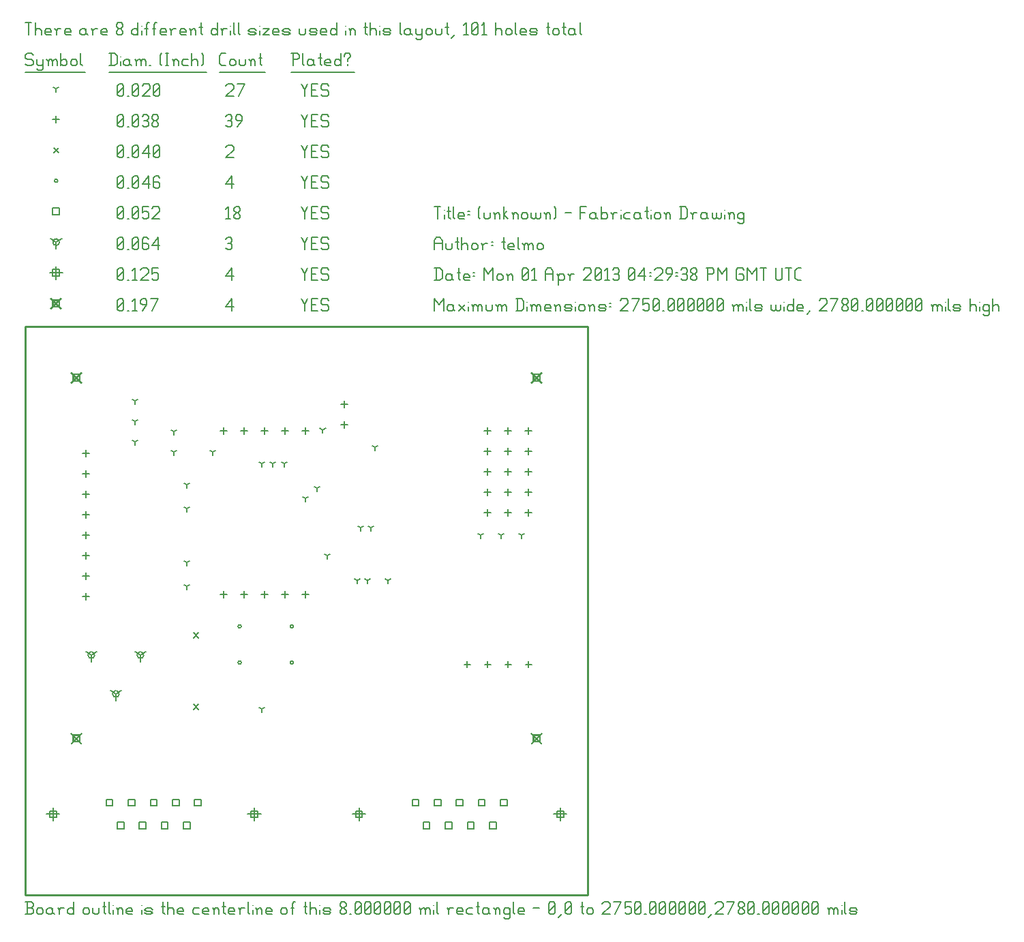
<source format=gbr>
G04 start of page 11 for group -3984 idx -3984 *
G04 Title: (unknown), fab *
G04 Creator: pcb 20110918 *
G04 CreationDate: Mon 01 Apr 2013 04:29:38 PM GMT UTC *
G04 For: telmo *
G04 Format: Gerber/RS-274X *
G04 PCB-Dimensions: 275000 278000 *
G04 PCB-Coordinate-Origin: lower left *
%MOIN*%
%FSLAX25Y25*%
%LNFAB*%
%ADD194C,0.0100*%
%ADD193C,0.0075*%
%ADD192C,0.0060*%
%ADD191R,0.0080X0.0080*%
%ADD190C,0.0001*%
G54D190*G36*
X22600Y255966D02*X27966Y250600D01*
X27400Y250034D01*
X22034Y255400D01*
X22600Y255966D01*
G37*
G36*
X22034Y250600D02*X27400Y255966D01*
X27966Y255400D01*
X22600Y250034D01*
X22034Y250600D01*
G37*
G54D191*X23400Y254600D02*X26600D01*
X23400D02*Y251400D01*
X26600D01*
Y254600D02*Y251400D01*
G54D190*G36*
X247600Y79466D02*X252966Y74100D01*
X252400Y73534D01*
X247034Y78900D01*
X247600Y79466D01*
G37*
G36*
X247034Y74100D02*X252400Y79466D01*
X252966Y78900D01*
X247600Y73534D01*
X247034Y74100D01*
G37*
G54D191*X248400Y78100D02*X251600D01*
X248400D02*Y74900D01*
X251600D01*
Y78100D02*Y74900D01*
G54D190*G36*
X22600Y79466D02*X27966Y74100D01*
X27400Y73534D01*
X22034Y78900D01*
X22600Y79466D01*
G37*
G36*
X22034Y74100D02*X27400Y79466D01*
X27966Y78900D01*
X22600Y73534D01*
X22034Y74100D01*
G37*
G54D191*X23400Y78100D02*X26600D01*
X23400D02*Y74900D01*
X26600D01*
Y78100D02*Y74900D01*
G54D190*G36*
X247600Y255966D02*X252966Y250600D01*
X252400Y250034D01*
X247034Y255400D01*
X247600Y255966D01*
G37*
G36*
X247034Y250600D02*X252400Y255966D01*
X252966Y255400D01*
X247600Y250034D01*
X247034Y250600D01*
G37*
G54D191*X248400Y254600D02*X251600D01*
X248400D02*Y251400D01*
X251600D01*
Y254600D02*Y251400D01*
G54D190*G36*
X12600Y292216D02*X17966Y286850D01*
X17400Y286284D01*
X12034Y291650D01*
X12600Y292216D01*
G37*
G36*
X12034Y286850D02*X17400Y292216D01*
X17966Y291650D01*
X12600Y286284D01*
X12034Y286850D01*
G37*
G54D191*X13400Y290850D02*X16600D01*
X13400D02*Y287650D01*
X16600D01*
Y290850D02*Y287650D01*
G54D192*X135000Y291500D02*X136500Y288500D01*
X138000Y291500D01*
X136500Y288500D02*Y285500D01*
X139800Y288800D02*X142050D01*
X139800Y285500D02*X142800D01*
X139800Y291500D02*Y285500D01*
Y291500D02*X142800D01*
X147600D02*X148350Y290750D01*
X145350Y291500D02*X147600D01*
X144600Y290750D02*X145350Y291500D01*
X144600Y290750D02*Y289250D01*
X145350Y288500D01*
X147600D01*
X148350Y287750D01*
Y286250D01*
X147600Y285500D02*X148350Y286250D01*
X145350Y285500D02*X147600D01*
X144600Y286250D02*X145350Y285500D01*
X98000Y287750D02*X101000Y291500D01*
X98000Y287750D02*X101750D01*
X101000Y291500D02*Y285500D01*
X45000Y286250D02*X45750Y285500D01*
X45000Y290750D02*Y286250D01*
Y290750D02*X45750Y291500D01*
X47250D01*
X48000Y290750D01*
Y286250D01*
X47250Y285500D02*X48000Y286250D01*
X45750Y285500D02*X47250D01*
X45000Y287000D02*X48000Y290000D01*
X49800Y285500D02*X50550D01*
X52350Y290300D02*X53550Y291500D01*
Y285500D01*
X52350D02*X54600D01*
X57150D02*X59400Y288500D01*
Y290750D02*Y288500D01*
X58650Y291500D02*X59400Y290750D01*
X57150Y291500D02*X58650D01*
X56400Y290750D02*X57150Y291500D01*
X56400Y290750D02*Y289250D01*
X57150Y288500D01*
X59400D01*
X61950Y285500D02*X64950Y291500D01*
X61200D02*X64950D01*
X261500Y42700D02*Y36300D01*
X258300Y39500D02*X264700D01*
X259900Y41100D02*X263100D01*
X259900D02*Y37900D01*
X263100D01*
Y41100D02*Y37900D01*
X163100Y42700D02*Y36300D01*
X159900Y39500D02*X166300D01*
X161500Y41100D02*X164700D01*
X161500D02*Y37900D01*
X164700D01*
Y41100D02*Y37900D01*
X111900Y42700D02*Y36300D01*
X108700Y39500D02*X115100D01*
X110300Y41100D02*X113500D01*
X110300D02*Y37900D01*
X113500D01*
Y41100D02*Y37900D01*
X13500Y42700D02*Y36300D01*
X10300Y39500D02*X16700D01*
X11900Y41100D02*X15100D01*
X11900D02*Y37900D01*
X15100D01*
Y41100D02*Y37900D01*
X15000Y307450D02*Y301050D01*
X11800Y304250D02*X18200D01*
X13400Y305850D02*X16600D01*
X13400D02*Y302650D01*
X16600D01*
Y305850D02*Y302650D01*
X135000Y306500D02*X136500Y303500D01*
X138000Y306500D01*
X136500Y303500D02*Y300500D01*
X139800Y303800D02*X142050D01*
X139800Y300500D02*X142800D01*
X139800Y306500D02*Y300500D01*
Y306500D02*X142800D01*
X147600D02*X148350Y305750D01*
X145350Y306500D02*X147600D01*
X144600Y305750D02*X145350Y306500D01*
X144600Y305750D02*Y304250D01*
X145350Y303500D01*
X147600D01*
X148350Y302750D01*
Y301250D01*
X147600Y300500D02*X148350Y301250D01*
X145350Y300500D02*X147600D01*
X144600Y301250D02*X145350Y300500D01*
X98000Y302750D02*X101000Y306500D01*
X98000Y302750D02*X101750D01*
X101000Y306500D02*Y300500D01*
X45000Y301250D02*X45750Y300500D01*
X45000Y305750D02*Y301250D01*
Y305750D02*X45750Y306500D01*
X47250D01*
X48000Y305750D01*
Y301250D01*
X47250Y300500D02*X48000Y301250D01*
X45750Y300500D02*X47250D01*
X45000Y302000D02*X48000Y305000D01*
X49800Y300500D02*X50550D01*
X52350Y305300D02*X53550Y306500D01*
Y300500D01*
X52350D02*X54600D01*
X56400Y305750D02*X57150Y306500D01*
X59400D01*
X60150Y305750D01*
Y304250D01*
X56400Y300500D02*X60150Y304250D01*
X56400Y300500D02*X60150D01*
X61950Y306500D02*X64950D01*
X61950D02*Y303500D01*
X62700Y304250D01*
X64200D01*
X64950Y303500D01*
Y301250D01*
X64200Y300500D02*X64950Y301250D01*
X62700Y300500D02*X64200D01*
X61950Y301250D02*X62700Y300500D01*
X44228Y98281D02*Y95081D01*
Y98281D02*X47001Y99881D01*
X44228Y98281D02*X41455Y99881D01*
X42628Y98281D02*G75*G03X45828Y98281I1600J0D01*G01*
G75*G03X42628Y98281I-1600J0D01*G01*
X32228Y117281D02*Y114081D01*
Y117281D02*X35001Y118881D01*
X32228Y117281D02*X29455Y118881D01*
X30628Y117281D02*G75*G03X33828Y117281I1600J0D01*G01*
G75*G03X30628Y117281I-1600J0D01*G01*
X56228D02*Y114081D01*
Y117281D02*X59001Y118881D01*
X56228Y117281D02*X53455Y118881D01*
X54628Y117281D02*G75*G03X57828Y117281I1600J0D01*G01*
G75*G03X54628Y117281I-1600J0D01*G01*
X15000Y319250D02*Y316050D01*
Y319250D02*X17773Y320850D01*
X15000Y319250D02*X12227Y320850D01*
X13400Y319250D02*G75*G03X16600Y319250I1600J0D01*G01*
G75*G03X13400Y319250I-1600J0D01*G01*
X135000Y321500D02*X136500Y318500D01*
X138000Y321500D01*
X136500Y318500D02*Y315500D01*
X139800Y318800D02*X142050D01*
X139800Y315500D02*X142800D01*
X139800Y321500D02*Y315500D01*
Y321500D02*X142800D01*
X147600D02*X148350Y320750D01*
X145350Y321500D02*X147600D01*
X144600Y320750D02*X145350Y321500D01*
X144600Y320750D02*Y319250D01*
X145350Y318500D01*
X147600D01*
X148350Y317750D01*
Y316250D01*
X147600Y315500D02*X148350Y316250D01*
X145350Y315500D02*X147600D01*
X144600Y316250D02*X145350Y315500D01*
X98000Y320750D02*X98750Y321500D01*
X100250D01*
X101000Y320750D01*
X100250Y315500D02*X101000Y316250D01*
X98750Y315500D02*X100250D01*
X98000Y316250D02*X98750Y315500D01*
Y318800D02*X100250D01*
X101000Y320750D02*Y319550D01*
Y318050D02*Y316250D01*
Y318050D02*X100250Y318800D01*
X101000Y319550D02*X100250Y318800D01*
X45000Y316250D02*X45750Y315500D01*
X45000Y320750D02*Y316250D01*
Y320750D02*X45750Y321500D01*
X47250D01*
X48000Y320750D01*
Y316250D01*
X47250Y315500D02*X48000Y316250D01*
X45750Y315500D02*X47250D01*
X45000Y317000D02*X48000Y320000D01*
X49800Y315500D02*X50550D01*
X52350Y316250D02*X53100Y315500D01*
X52350Y320750D02*Y316250D01*
Y320750D02*X53100Y321500D01*
X54600D01*
X55350Y320750D01*
Y316250D01*
X54600Y315500D02*X55350Y316250D01*
X53100Y315500D02*X54600D01*
X52350Y317000D02*X55350Y320000D01*
X59400Y321500D02*X60150Y320750D01*
X57900Y321500D02*X59400D01*
X57150Y320750D02*X57900Y321500D01*
X57150Y320750D02*Y316250D01*
X57900Y315500D01*
X59400Y318800D02*X60150Y318050D01*
X57150Y318800D02*X59400D01*
X57900Y315500D02*X59400D01*
X60150Y316250D01*
Y318050D02*Y316250D01*
X61950Y317750D02*X64950Y321500D01*
X61950Y317750D02*X65700D01*
X64950Y321500D02*Y315500D01*
X232300Y46700D02*X235500D01*
X232300D02*Y43500D01*
X235500D01*
Y46700D02*Y43500D01*
X221500Y46700D02*X224700D01*
X221500D02*Y43500D01*
X224700D01*
Y46700D02*Y43500D01*
X210700Y46700D02*X213900D01*
X210700D02*Y43500D01*
X213900D01*
Y46700D02*Y43500D01*
X199900Y46700D02*X203100D01*
X199900D02*Y43500D01*
X203100D01*
Y46700D02*Y43500D01*
X189100Y46700D02*X192300D01*
X189100D02*Y43500D01*
X192300D01*
Y46700D02*Y43500D01*
X226900Y35500D02*X230100D01*
X226900D02*Y32300D01*
X230100D01*
Y35500D02*Y32300D01*
X216100Y35500D02*X219300D01*
X216100D02*Y32300D01*
X219300D01*
Y35500D02*Y32300D01*
X205300Y35500D02*X208500D01*
X205300D02*Y32300D01*
X208500D01*
Y35500D02*Y32300D01*
X194500Y35500D02*X197700D01*
X194500D02*Y32300D01*
X197700D01*
Y35500D02*Y32300D01*
X82700Y46700D02*X85900D01*
X82700D02*Y43500D01*
X85900D01*
Y46700D02*Y43500D01*
X71900Y46700D02*X75100D01*
X71900D02*Y43500D01*
X75100D01*
Y46700D02*Y43500D01*
X61100Y46700D02*X64300D01*
X61100D02*Y43500D01*
X64300D01*
Y46700D02*Y43500D01*
X50300Y46700D02*X53500D01*
X50300D02*Y43500D01*
X53500D01*
Y46700D02*Y43500D01*
X39500Y46700D02*X42700D01*
X39500D02*Y43500D01*
X42700D01*
Y46700D02*Y43500D01*
X77300Y35500D02*X80500D01*
X77300D02*Y32300D01*
X80500D01*
Y35500D02*Y32300D01*
X66500Y35500D02*X69700D01*
X66500D02*Y32300D01*
X69700D01*
Y35500D02*Y32300D01*
X55700Y35500D02*X58900D01*
X55700D02*Y32300D01*
X58900D01*
Y35500D02*Y32300D01*
X44900Y35500D02*X48100D01*
X44900D02*Y32300D01*
X48100D01*
Y35500D02*Y32300D01*
X13400Y335850D02*X16600D01*
X13400D02*Y332650D01*
X16600D01*
Y335850D02*Y332650D01*
X135000Y336500D02*X136500Y333500D01*
X138000Y336500D01*
X136500Y333500D02*Y330500D01*
X139800Y333800D02*X142050D01*
X139800Y330500D02*X142800D01*
X139800Y336500D02*Y330500D01*
Y336500D02*X142800D01*
X147600D02*X148350Y335750D01*
X145350Y336500D02*X147600D01*
X144600Y335750D02*X145350Y336500D01*
X144600Y335750D02*Y334250D01*
X145350Y333500D01*
X147600D01*
X148350Y332750D01*
Y331250D01*
X147600Y330500D02*X148350Y331250D01*
X145350Y330500D02*X147600D01*
X144600Y331250D02*X145350Y330500D01*
X98000Y335300D02*X99200Y336500D01*
Y330500D01*
X98000D02*X100250D01*
X102050Y331250D02*X102800Y330500D01*
X102050Y332450D02*Y331250D01*
Y332450D02*X103100Y333500D01*
X104000D01*
X105050Y332450D01*
Y331250D01*
X104300Y330500D02*X105050Y331250D01*
X102800Y330500D02*X104300D01*
X102050Y334550D02*X103100Y333500D01*
X102050Y335750D02*Y334550D01*
Y335750D02*X102800Y336500D01*
X104300D01*
X105050Y335750D01*
Y334550D01*
X104000Y333500D02*X105050Y334550D01*
X45000Y331250D02*X45750Y330500D01*
X45000Y335750D02*Y331250D01*
Y335750D02*X45750Y336500D01*
X47250D01*
X48000Y335750D01*
Y331250D01*
X47250Y330500D02*X48000Y331250D01*
X45750Y330500D02*X47250D01*
X45000Y332000D02*X48000Y335000D01*
X49800Y330500D02*X50550D01*
X52350Y331250D02*X53100Y330500D01*
X52350Y335750D02*Y331250D01*
Y335750D02*X53100Y336500D01*
X54600D01*
X55350Y335750D01*
Y331250D01*
X54600Y330500D02*X55350Y331250D01*
X53100Y330500D02*X54600D01*
X52350Y332000D02*X55350Y335000D01*
X57150Y336500D02*X60150D01*
X57150D02*Y333500D01*
X57900Y334250D01*
X59400D01*
X60150Y333500D01*
Y331250D01*
X59400Y330500D02*X60150Y331250D01*
X57900Y330500D02*X59400D01*
X57150Y331250D02*X57900Y330500D01*
X61950Y335750D02*X62700Y336500D01*
X64950D01*
X65700Y335750D01*
Y334250D01*
X61950Y330500D02*X65700Y334250D01*
X61950Y330500D02*X65700D01*
X103905Y131358D02*G75*G03X105505Y131358I800J0D01*G01*
G75*G03X103905Y131358I-800J0D01*G01*
X129495D02*G75*G03X131095Y131358I800J0D01*G01*
G75*G03X129495Y131358I-800J0D01*G01*
Y113642D02*G75*G03X131095Y113642I800J0D01*G01*
G75*G03X129495Y113642I-800J0D01*G01*
X103905D02*G75*G03X105505Y113642I800J0D01*G01*
G75*G03X103905Y113642I-800J0D01*G01*
X14200Y349250D02*G75*G03X15800Y349250I800J0D01*G01*
G75*G03X14200Y349250I-800J0D01*G01*
X135000Y351500D02*X136500Y348500D01*
X138000Y351500D01*
X136500Y348500D02*Y345500D01*
X139800Y348800D02*X142050D01*
X139800Y345500D02*X142800D01*
X139800Y351500D02*Y345500D01*
Y351500D02*X142800D01*
X147600D02*X148350Y350750D01*
X145350Y351500D02*X147600D01*
X144600Y350750D02*X145350Y351500D01*
X144600Y350750D02*Y349250D01*
X145350Y348500D01*
X147600D01*
X148350Y347750D01*
Y346250D01*
X147600Y345500D02*X148350Y346250D01*
X145350Y345500D02*X147600D01*
X144600Y346250D02*X145350Y345500D01*
X98000Y347750D02*X101000Y351500D01*
X98000Y347750D02*X101750D01*
X101000Y351500D02*Y345500D01*
X45000Y346250D02*X45750Y345500D01*
X45000Y350750D02*Y346250D01*
Y350750D02*X45750Y351500D01*
X47250D01*
X48000Y350750D01*
Y346250D01*
X47250Y345500D02*X48000Y346250D01*
X45750Y345500D02*X47250D01*
X45000Y347000D02*X48000Y350000D01*
X49800Y345500D02*X50550D01*
X52350Y346250D02*X53100Y345500D01*
X52350Y350750D02*Y346250D01*
Y350750D02*X53100Y351500D01*
X54600D01*
X55350Y350750D01*
Y346250D01*
X54600Y345500D02*X55350Y346250D01*
X53100Y345500D02*X54600D01*
X52350Y347000D02*X55350Y350000D01*
X57150Y347750D02*X60150Y351500D01*
X57150Y347750D02*X60900D01*
X60150Y351500D02*Y345500D01*
X64950Y351500D02*X65700Y350750D01*
X63450Y351500D02*X64950D01*
X62700Y350750D02*X63450Y351500D01*
X62700Y350750D02*Y346250D01*
X63450Y345500D01*
X64950Y348800D02*X65700Y348050D01*
X62700Y348800D02*X64950D01*
X63450Y345500D02*X64950D01*
X65700Y346250D01*
Y348050D02*Y346250D01*
X82300Y128200D02*X84700Y125800D01*
X82300D02*X84700Y128200D01*
X82300Y93200D02*X84700Y90800D01*
X82300D02*X84700Y93200D01*
X13800Y365450D02*X16200Y363050D01*
X13800D02*X16200Y365450D01*
X135000Y366500D02*X136500Y363500D01*
X138000Y366500D01*
X136500Y363500D02*Y360500D01*
X139800Y363800D02*X142050D01*
X139800Y360500D02*X142800D01*
X139800Y366500D02*Y360500D01*
Y366500D02*X142800D01*
X147600D02*X148350Y365750D01*
X145350Y366500D02*X147600D01*
X144600Y365750D02*X145350Y366500D01*
X144600Y365750D02*Y364250D01*
X145350Y363500D01*
X147600D01*
X148350Y362750D01*
Y361250D01*
X147600Y360500D02*X148350Y361250D01*
X145350Y360500D02*X147600D01*
X144600Y361250D02*X145350Y360500D01*
X98000Y365750D02*X98750Y366500D01*
X101000D01*
X101750Y365750D01*
Y364250D01*
X98000Y360500D02*X101750Y364250D01*
X98000Y360500D02*X101750D01*
X45000Y361250D02*X45750Y360500D01*
X45000Y365750D02*Y361250D01*
Y365750D02*X45750Y366500D01*
X47250D01*
X48000Y365750D01*
Y361250D01*
X47250Y360500D02*X48000Y361250D01*
X45750Y360500D02*X47250D01*
X45000Y362000D02*X48000Y365000D01*
X49800Y360500D02*X50550D01*
X52350Y361250D02*X53100Y360500D01*
X52350Y365750D02*Y361250D01*
Y365750D02*X53100Y366500D01*
X54600D01*
X55350Y365750D01*
Y361250D01*
X54600Y360500D02*X55350Y361250D01*
X53100Y360500D02*X54600D01*
X52350Y362000D02*X55350Y365000D01*
X57150Y362750D02*X60150Y366500D01*
X57150Y362750D02*X60900D01*
X60150Y366500D02*Y360500D01*
X62700Y361250D02*X63450Y360500D01*
X62700Y365750D02*Y361250D01*
Y365750D02*X63450Y366500D01*
X64950D01*
X65700Y365750D01*
Y361250D01*
X64950Y360500D02*X65700Y361250D01*
X63450Y360500D02*X64950D01*
X62700Y362000D02*X65700Y365000D01*
X29500Y217600D02*Y214400D01*
X27900Y216000D02*X31100D01*
X29500Y207600D02*Y204400D01*
X27900Y206000D02*X31100D01*
X29500Y187600D02*Y184400D01*
X27900Y186000D02*X31100D01*
X29500Y197600D02*Y194400D01*
X27900Y196000D02*X31100D01*
X29500Y177600D02*Y174400D01*
X27900Y176000D02*X31100D01*
X29500Y167600D02*Y164400D01*
X27900Y166000D02*X31100D01*
X29500Y147600D02*Y144400D01*
X27900Y146000D02*X31100D01*
X29500Y157600D02*Y154400D01*
X27900Y156000D02*X31100D01*
X97000Y228600D02*Y225400D01*
X95400Y227000D02*X98600D01*
X137000Y228600D02*Y225400D01*
X135400Y227000D02*X138600D01*
X97000Y148600D02*Y145400D01*
X95400Y147000D02*X98600D01*
X107000Y148600D02*Y145400D01*
X105400Y147000D02*X108600D01*
X127000Y228600D02*Y225400D01*
X125400Y227000D02*X128600D01*
X107000Y228600D02*Y225400D01*
X105400Y227000D02*X108600D01*
X117000Y148600D02*Y145400D01*
X115400Y147000D02*X118600D01*
X127000Y148600D02*Y145400D01*
X125400Y147000D02*X128600D01*
X137000Y148600D02*Y145400D01*
X135400Y147000D02*X138600D01*
X117000Y228600D02*Y225400D01*
X115400Y227000D02*X118600D01*
X156000Y231600D02*Y228400D01*
X154400Y230000D02*X157600D01*
X156000Y241600D02*Y238400D01*
X154400Y240000D02*X157600D01*
X246000Y198600D02*Y195400D01*
X244400Y197000D02*X247600D01*
X236000Y198600D02*Y195400D01*
X234400Y197000D02*X237600D01*
X226000Y198600D02*Y195400D01*
X224400Y197000D02*X227600D01*
X246000Y228600D02*Y225400D01*
X244400Y227000D02*X247600D01*
X236000Y228600D02*Y225400D01*
X234400Y227000D02*X237600D01*
X226000Y228600D02*Y225400D01*
X224400Y227000D02*X227600D01*
X246000Y188600D02*Y185400D01*
X244400Y187000D02*X247600D01*
X236000Y188600D02*Y185400D01*
X234400Y187000D02*X237600D01*
X226000Y188600D02*Y185400D01*
X224400Y187000D02*X227600D01*
X246000Y208600D02*Y205400D01*
X244400Y207000D02*X247600D01*
X236000Y208600D02*Y205400D01*
X234400Y207000D02*X237600D01*
X226000Y208600D02*Y205400D01*
X224400Y207000D02*X227600D01*
X246000Y218600D02*Y215400D01*
X244400Y217000D02*X247600D01*
X236000Y218600D02*Y215400D01*
X234400Y217000D02*X237600D01*
X226000Y218600D02*Y215400D01*
X224400Y217000D02*X227600D01*
X246020Y114360D02*Y111160D01*
X244420Y112760D02*X247620D01*
X236020Y114360D02*Y111160D01*
X234420Y112760D02*X237620D01*
X216020Y114360D02*Y111160D01*
X214420Y112760D02*X217620D01*
X226020Y114360D02*Y111160D01*
X224420Y112760D02*X227620D01*
X15000Y380850D02*Y377650D01*
X13400Y379250D02*X16600D01*
X135000Y381500D02*X136500Y378500D01*
X138000Y381500D01*
X136500Y378500D02*Y375500D01*
X139800Y378800D02*X142050D01*
X139800Y375500D02*X142800D01*
X139800Y381500D02*Y375500D01*
Y381500D02*X142800D01*
X147600D02*X148350Y380750D01*
X145350Y381500D02*X147600D01*
X144600Y380750D02*X145350Y381500D01*
X144600Y380750D02*Y379250D01*
X145350Y378500D01*
X147600D01*
X148350Y377750D01*
Y376250D01*
X147600Y375500D02*X148350Y376250D01*
X145350Y375500D02*X147600D01*
X144600Y376250D02*X145350Y375500D01*
X98000Y380750D02*X98750Y381500D01*
X100250D01*
X101000Y380750D01*
X100250Y375500D02*X101000Y376250D01*
X98750Y375500D02*X100250D01*
X98000Y376250D02*X98750Y375500D01*
Y378800D02*X100250D01*
X101000Y380750D02*Y379550D01*
Y378050D02*Y376250D01*
Y378050D02*X100250Y378800D01*
X101000Y379550D02*X100250Y378800D01*
X103550Y375500D02*X105800Y378500D01*
Y380750D02*Y378500D01*
X105050Y381500D02*X105800Y380750D01*
X103550Y381500D02*X105050D01*
X102800Y380750D02*X103550Y381500D01*
X102800Y380750D02*Y379250D01*
X103550Y378500D01*
X105800D01*
X45000Y376250D02*X45750Y375500D01*
X45000Y380750D02*Y376250D01*
Y380750D02*X45750Y381500D01*
X47250D01*
X48000Y380750D01*
Y376250D01*
X47250Y375500D02*X48000Y376250D01*
X45750Y375500D02*X47250D01*
X45000Y377000D02*X48000Y380000D01*
X49800Y375500D02*X50550D01*
X52350Y376250D02*X53100Y375500D01*
X52350Y380750D02*Y376250D01*
Y380750D02*X53100Y381500D01*
X54600D01*
X55350Y380750D01*
Y376250D01*
X54600Y375500D02*X55350Y376250D01*
X53100Y375500D02*X54600D01*
X52350Y377000D02*X55350Y380000D01*
X57150Y380750D02*X57900Y381500D01*
X59400D01*
X60150Y380750D01*
X59400Y375500D02*X60150Y376250D01*
X57900Y375500D02*X59400D01*
X57150Y376250D02*X57900Y375500D01*
Y378800D02*X59400D01*
X60150Y380750D02*Y379550D01*
Y378050D02*Y376250D01*
Y378050D02*X59400Y378800D01*
X60150Y379550D02*X59400Y378800D01*
X61950Y376250D02*X62700Y375500D01*
X61950Y377450D02*Y376250D01*
Y377450D02*X63000Y378500D01*
X63900D01*
X64950Y377450D01*
Y376250D01*
X64200Y375500D02*X64950Y376250D01*
X62700Y375500D02*X64200D01*
X61950Y379550D02*X63000Y378500D01*
X61950Y380750D02*Y379550D01*
Y380750D02*X62700Y381500D01*
X64200D01*
X64950Y380750D01*
Y379550D01*
X63900Y378500D02*X64950Y379550D01*
X137000Y194000D02*Y192400D01*
Y194000D02*X138387Y194800D01*
X137000Y194000D02*X135613Y194800D01*
X177300Y153800D02*Y152200D01*
Y153800D02*X178687Y154600D01*
X177300Y153800D02*X175913Y154600D01*
X147500Y166000D02*Y164400D01*
Y166000D02*X148887Y166800D01*
X147500Y166000D02*X146113Y166800D01*
X145380Y227430D02*Y225830D01*
Y227430D02*X146767Y228230D01*
X145380Y227430D02*X143993Y228230D01*
X167300Y153800D02*Y152200D01*
Y153800D02*X168687Y154600D01*
X167300Y153800D02*X165913Y154600D01*
X162300Y153800D02*Y152200D01*
Y153800D02*X163687Y154600D01*
X162300Y153800D02*X160913Y154600D01*
X115500Y211000D02*Y209400D01*
Y211000D02*X116887Y211800D01*
X115500Y211000D02*X114113Y211800D01*
X121000Y211000D02*Y209400D01*
Y211000D02*X122387Y211800D01*
X121000Y211000D02*X119613Y211800D01*
X72500Y226500D02*Y224900D01*
Y226500D02*X73887Y227300D01*
X72500Y226500D02*X71113Y227300D01*
X72500Y216500D02*Y214900D01*
Y216500D02*X73887Y217300D01*
X72500Y216500D02*X71113Y217300D01*
X91500Y216500D02*Y214900D01*
Y216500D02*X92887Y217300D01*
X91500Y216500D02*X90113Y217300D01*
X53500Y221500D02*Y219900D01*
Y221500D02*X54887Y222300D01*
X53500Y221500D02*X52113Y222300D01*
X53500Y231500D02*Y229900D01*
Y231500D02*X54887Y232300D01*
X53500Y231500D02*X52113Y232300D01*
X53500Y241500D02*Y239900D01*
Y241500D02*X54887Y242300D01*
X53500Y241500D02*X52113Y242300D01*
X79000Y200500D02*Y198900D01*
Y200500D02*X80387Y201300D01*
X79000Y200500D02*X77613Y201300D01*
X79000Y189000D02*Y187400D01*
Y189000D02*X80387Y189800D01*
X79000Y189000D02*X77613Y189800D01*
X79000Y162500D02*Y160900D01*
Y162500D02*X80387Y163300D01*
X79000Y162500D02*X77613Y163300D01*
X79000Y151000D02*Y149400D01*
Y151000D02*X80387Y151800D01*
X79000Y151000D02*X77613Y151800D01*
X169000Y179500D02*Y177900D01*
Y179500D02*X170387Y180300D01*
X169000Y179500D02*X167613Y180300D01*
X164000Y179500D02*Y177900D01*
Y179500D02*X165387Y180300D01*
X164000Y179500D02*X162613Y180300D01*
X142500Y199000D02*Y197400D01*
Y199000D02*X143887Y199800D01*
X142500Y199000D02*X141113Y199800D01*
X126500Y211000D02*Y209400D01*
Y211000D02*X127887Y211800D01*
X126500Y211000D02*X125113Y211800D01*
X171000Y219000D02*Y217400D01*
Y219000D02*X172387Y219800D01*
X171000Y219000D02*X169613Y219800D01*
X222500Y176000D02*Y174400D01*
Y176000D02*X223887Y176800D01*
X222500Y176000D02*X221113Y176800D01*
X232500Y176000D02*Y174400D01*
Y176000D02*X233887Y176800D01*
X232500Y176000D02*X231113Y176800D01*
X242500Y176000D02*Y174400D01*
Y176000D02*X243887Y176800D01*
X242500Y176000D02*X241113Y176800D01*
X115480Y90990D02*Y89390D01*
Y90990D02*X116867Y91790D01*
X115480Y90990D02*X114093Y91790D01*
X15000Y394250D02*Y392650D01*
Y394250D02*X16387Y395050D01*
X15000Y394250D02*X13613Y395050D01*
X135000Y396500D02*X136500Y393500D01*
X138000Y396500D01*
X136500Y393500D02*Y390500D01*
X139800Y393800D02*X142050D01*
X139800Y390500D02*X142800D01*
X139800Y396500D02*Y390500D01*
Y396500D02*X142800D01*
X147600D02*X148350Y395750D01*
X145350Y396500D02*X147600D01*
X144600Y395750D02*X145350Y396500D01*
X144600Y395750D02*Y394250D01*
X145350Y393500D01*
X147600D01*
X148350Y392750D01*
Y391250D01*
X147600Y390500D02*X148350Y391250D01*
X145350Y390500D02*X147600D01*
X144600Y391250D02*X145350Y390500D01*
X98000Y395750D02*X98750Y396500D01*
X101000D01*
X101750Y395750D01*
Y394250D01*
X98000Y390500D02*X101750Y394250D01*
X98000Y390500D02*X101750D01*
X104300D02*X107300Y396500D01*
X103550D02*X107300D01*
X45000Y391250D02*X45750Y390500D01*
X45000Y395750D02*Y391250D01*
Y395750D02*X45750Y396500D01*
X47250D01*
X48000Y395750D01*
Y391250D01*
X47250Y390500D02*X48000Y391250D01*
X45750Y390500D02*X47250D01*
X45000Y392000D02*X48000Y395000D01*
X49800Y390500D02*X50550D01*
X52350Y391250D02*X53100Y390500D01*
X52350Y395750D02*Y391250D01*
Y395750D02*X53100Y396500D01*
X54600D01*
X55350Y395750D01*
Y391250D01*
X54600Y390500D02*X55350Y391250D01*
X53100Y390500D02*X54600D01*
X52350Y392000D02*X55350Y395000D01*
X57150Y395750D02*X57900Y396500D01*
X60150D01*
X60900Y395750D01*
Y394250D01*
X57150Y390500D02*X60900Y394250D01*
X57150Y390500D02*X60900D01*
X62700Y391250D02*X63450Y390500D01*
X62700Y395750D02*Y391250D01*
Y395750D02*X63450Y396500D01*
X64950D01*
X65700Y395750D01*
Y391250D01*
X64950Y390500D02*X65700Y391250D01*
X63450Y390500D02*X64950D01*
X62700Y392000D02*X65700Y395000D01*
X3000Y411500D02*X3750Y410750D01*
X750Y411500D02*X3000D01*
X0Y410750D02*X750Y411500D01*
X0Y410750D02*Y409250D01*
X750Y408500D01*
X3000D01*
X3750Y407750D01*
Y406250D01*
X3000Y405500D02*X3750Y406250D01*
X750Y405500D02*X3000D01*
X0Y406250D02*X750Y405500D01*
X5550Y408500D02*Y406250D01*
X6300Y405500D01*
X8550Y408500D02*Y404000D01*
X7800Y403250D02*X8550Y404000D01*
X6300Y403250D02*X7800D01*
X5550Y404000D02*X6300Y403250D01*
Y405500D02*X7800D01*
X8550Y406250D01*
X11100Y407750D02*Y405500D01*
Y407750D02*X11850Y408500D01*
X12600D01*
X13350Y407750D01*
Y405500D01*
Y407750D02*X14100Y408500D01*
X14850D01*
X15600Y407750D01*
Y405500D01*
X10350Y408500D02*X11100Y407750D01*
X17400Y411500D02*Y405500D01*
Y406250D02*X18150Y405500D01*
X19650D01*
X20400Y406250D01*
Y407750D02*Y406250D01*
X19650Y408500D02*X20400Y407750D01*
X18150Y408500D02*X19650D01*
X17400Y407750D02*X18150Y408500D01*
X22200Y407750D02*Y406250D01*
Y407750D02*X22950Y408500D01*
X24450D01*
X25200Y407750D01*
Y406250D01*
X24450Y405500D02*X25200Y406250D01*
X22950Y405500D02*X24450D01*
X22200Y406250D02*X22950Y405500D01*
X27000Y411500D02*Y406250D01*
X27750Y405500D01*
X0Y402250D02*X29250D01*
X41750Y411500D02*Y405500D01*
X43700Y411500D02*X44750Y410450D01*
Y406550D01*
X43700Y405500D02*X44750Y406550D01*
X41000Y405500D02*X43700D01*
X41000Y411500D02*X43700D01*
G54D193*X46550Y410000D02*Y409850D01*
G54D192*Y407750D02*Y405500D01*
X50300Y408500D02*X51050Y407750D01*
X48800Y408500D02*X50300D01*
X48050Y407750D02*X48800Y408500D01*
X48050Y407750D02*Y406250D01*
X48800Y405500D01*
X51050Y408500D02*Y406250D01*
X51800Y405500D01*
X48800D02*X50300D01*
X51050Y406250D01*
X54350Y407750D02*Y405500D01*
Y407750D02*X55100Y408500D01*
X55850D01*
X56600Y407750D01*
Y405500D01*
Y407750D02*X57350Y408500D01*
X58100D01*
X58850Y407750D01*
Y405500D01*
X53600Y408500D02*X54350Y407750D01*
X60650Y405500D02*X61400D01*
X65900Y406250D02*X66650Y405500D01*
X65900Y410750D02*X66650Y411500D01*
X65900Y410750D02*Y406250D01*
X68450Y411500D02*X69950D01*
X69200D02*Y405500D01*
X68450D02*X69950D01*
X72500Y407750D02*Y405500D01*
Y407750D02*X73250Y408500D01*
X74000D01*
X74750Y407750D01*
Y405500D01*
X71750Y408500D02*X72500Y407750D01*
X77300Y408500D02*X79550D01*
X76550Y407750D02*X77300Y408500D01*
X76550Y407750D02*Y406250D01*
X77300Y405500D01*
X79550D01*
X81350Y411500D02*Y405500D01*
Y407750D02*X82100Y408500D01*
X83600D01*
X84350Y407750D01*
Y405500D01*
X86150Y411500D02*X86900Y410750D01*
Y406250D01*
X86150Y405500D02*X86900Y406250D01*
X41000Y402250D02*X88700D01*
X96050Y405500D02*X98000D01*
X95000Y406550D02*X96050Y405500D01*
X95000Y410450D02*Y406550D01*
Y410450D02*X96050Y411500D01*
X98000D01*
X99800Y407750D02*Y406250D01*
Y407750D02*X100550Y408500D01*
X102050D01*
X102800Y407750D01*
Y406250D01*
X102050Y405500D02*X102800Y406250D01*
X100550Y405500D02*X102050D01*
X99800Y406250D02*X100550Y405500D01*
X104600Y408500D02*Y406250D01*
X105350Y405500D01*
X106850D01*
X107600Y406250D01*
Y408500D02*Y406250D01*
X110150Y407750D02*Y405500D01*
Y407750D02*X110900Y408500D01*
X111650D01*
X112400Y407750D01*
Y405500D01*
X109400Y408500D02*X110150Y407750D01*
X114950Y411500D02*Y406250D01*
X115700Y405500D01*
X114200Y409250D02*X115700D01*
X95000Y402250D02*X117200D01*
X130750Y411500D02*Y405500D01*
X130000Y411500D02*X133000D01*
X133750Y410750D01*
Y409250D01*
X133000Y408500D02*X133750Y409250D01*
X130750Y408500D02*X133000D01*
X135550Y411500D02*Y406250D01*
X136300Y405500D01*
X140050Y408500D02*X140800Y407750D01*
X138550Y408500D02*X140050D01*
X137800Y407750D02*X138550Y408500D01*
X137800Y407750D02*Y406250D01*
X138550Y405500D01*
X140800Y408500D02*Y406250D01*
X141550Y405500D01*
X138550D02*X140050D01*
X140800Y406250D01*
X144100Y411500D02*Y406250D01*
X144850Y405500D01*
X143350Y409250D02*X144850D01*
X147100Y405500D02*X149350D01*
X146350Y406250D02*X147100Y405500D01*
X146350Y407750D02*Y406250D01*
Y407750D02*X147100Y408500D01*
X148600D01*
X149350Y407750D01*
X146350Y407000D02*X149350D01*
Y407750D02*Y407000D01*
X154150Y411500D02*Y405500D01*
X153400D02*X154150Y406250D01*
X151900Y405500D02*X153400D01*
X151150Y406250D02*X151900Y405500D01*
X151150Y407750D02*Y406250D01*
Y407750D02*X151900Y408500D01*
X153400D01*
X154150Y407750D01*
X157450Y408500D02*Y407750D01*
Y406250D02*Y405500D01*
X155950Y410750D02*Y410000D01*
Y410750D02*X156700Y411500D01*
X158200D01*
X158950Y410750D01*
Y410000D01*
X157450Y408500D02*X158950Y410000D01*
X130000Y402250D02*X160750D01*
X0Y426500D02*X3000D01*
X1500D02*Y420500D01*
X4800Y426500D02*Y420500D01*
Y422750D02*X5550Y423500D01*
X7050D01*
X7800Y422750D01*
Y420500D01*
X10350D02*X12600D01*
X9600Y421250D02*X10350Y420500D01*
X9600Y422750D02*Y421250D01*
Y422750D02*X10350Y423500D01*
X11850D01*
X12600Y422750D01*
X9600Y422000D02*X12600D01*
Y422750D02*Y422000D01*
X15150Y422750D02*Y420500D01*
Y422750D02*X15900Y423500D01*
X17400D01*
X14400D02*X15150Y422750D01*
X19950Y420500D02*X22200D01*
X19200Y421250D02*X19950Y420500D01*
X19200Y422750D02*Y421250D01*
Y422750D02*X19950Y423500D01*
X21450D01*
X22200Y422750D01*
X19200Y422000D02*X22200D01*
Y422750D02*Y422000D01*
X28950Y423500D02*X29700Y422750D01*
X27450Y423500D02*X28950D01*
X26700Y422750D02*X27450Y423500D01*
X26700Y422750D02*Y421250D01*
X27450Y420500D01*
X29700Y423500D02*Y421250D01*
X30450Y420500D01*
X27450D02*X28950D01*
X29700Y421250D01*
X33000Y422750D02*Y420500D01*
Y422750D02*X33750Y423500D01*
X35250D01*
X32250D02*X33000Y422750D01*
X37800Y420500D02*X40050D01*
X37050Y421250D02*X37800Y420500D01*
X37050Y422750D02*Y421250D01*
Y422750D02*X37800Y423500D01*
X39300D01*
X40050Y422750D01*
X37050Y422000D02*X40050D01*
Y422750D02*Y422000D01*
X44550Y421250D02*X45300Y420500D01*
X44550Y422450D02*Y421250D01*
Y422450D02*X45600Y423500D01*
X46500D01*
X47550Y422450D01*
Y421250D01*
X46800Y420500D02*X47550Y421250D01*
X45300Y420500D02*X46800D01*
X44550Y424550D02*X45600Y423500D01*
X44550Y425750D02*Y424550D01*
Y425750D02*X45300Y426500D01*
X46800D01*
X47550Y425750D01*
Y424550D01*
X46500Y423500D02*X47550Y424550D01*
X55050Y426500D02*Y420500D01*
X54300D02*X55050Y421250D01*
X52800Y420500D02*X54300D01*
X52050Y421250D02*X52800Y420500D01*
X52050Y422750D02*Y421250D01*
Y422750D02*X52800Y423500D01*
X54300D01*
X55050Y422750D01*
G54D193*X56850Y425000D02*Y424850D01*
G54D192*Y422750D02*Y420500D01*
X59100Y425750D02*Y420500D01*
Y425750D02*X59850Y426500D01*
X60600D01*
X58350Y423500D02*X59850D01*
X62850Y425750D02*Y420500D01*
Y425750D02*X63600Y426500D01*
X64350D01*
X62100Y423500D02*X63600D01*
X66600Y420500D02*X68850D01*
X65850Y421250D02*X66600Y420500D01*
X65850Y422750D02*Y421250D01*
Y422750D02*X66600Y423500D01*
X68100D01*
X68850Y422750D01*
X65850Y422000D02*X68850D01*
Y422750D02*Y422000D01*
X71400Y422750D02*Y420500D01*
Y422750D02*X72150Y423500D01*
X73650D01*
X70650D02*X71400Y422750D01*
X76200Y420500D02*X78450D01*
X75450Y421250D02*X76200Y420500D01*
X75450Y422750D02*Y421250D01*
Y422750D02*X76200Y423500D01*
X77700D01*
X78450Y422750D01*
X75450Y422000D02*X78450D01*
Y422750D02*Y422000D01*
X81000Y422750D02*Y420500D01*
Y422750D02*X81750Y423500D01*
X82500D01*
X83250Y422750D01*
Y420500D01*
X80250Y423500D02*X81000Y422750D01*
X85800Y426500D02*Y421250D01*
X86550Y420500D01*
X85050Y424250D02*X86550D01*
X93750Y426500D02*Y420500D01*
X93000D02*X93750Y421250D01*
X91500Y420500D02*X93000D01*
X90750Y421250D02*X91500Y420500D01*
X90750Y422750D02*Y421250D01*
Y422750D02*X91500Y423500D01*
X93000D01*
X93750Y422750D01*
X96300D02*Y420500D01*
Y422750D02*X97050Y423500D01*
X98550D01*
X95550D02*X96300Y422750D01*
G54D193*X100350Y425000D02*Y424850D01*
G54D192*Y422750D02*Y420500D01*
X101850Y426500D02*Y421250D01*
X102600Y420500D01*
X104100Y426500D02*Y421250D01*
X104850Y420500D01*
X109800D02*X112050D01*
X112800Y421250D01*
X112050Y422000D02*X112800Y421250D01*
X109800Y422000D02*X112050D01*
X109050Y422750D02*X109800Y422000D01*
X109050Y422750D02*X109800Y423500D01*
X112050D01*
X112800Y422750D01*
X109050Y421250D02*X109800Y420500D01*
G54D193*X114600Y425000D02*Y424850D01*
G54D192*Y422750D02*Y420500D01*
X116100Y423500D02*X119100D01*
X116100Y420500D02*X119100Y423500D01*
X116100Y420500D02*X119100D01*
X121650D02*X123900D01*
X120900Y421250D02*X121650Y420500D01*
X120900Y422750D02*Y421250D01*
Y422750D02*X121650Y423500D01*
X123150D01*
X123900Y422750D01*
X120900Y422000D02*X123900D01*
Y422750D02*Y422000D01*
X126450Y420500D02*X128700D01*
X129450Y421250D01*
X128700Y422000D02*X129450Y421250D01*
X126450Y422000D02*X128700D01*
X125700Y422750D02*X126450Y422000D01*
X125700Y422750D02*X126450Y423500D01*
X128700D01*
X129450Y422750D01*
X125700Y421250D02*X126450Y420500D01*
X133950Y423500D02*Y421250D01*
X134700Y420500D01*
X136200D01*
X136950Y421250D01*
Y423500D02*Y421250D01*
X139500Y420500D02*X141750D01*
X142500Y421250D01*
X141750Y422000D02*X142500Y421250D01*
X139500Y422000D02*X141750D01*
X138750Y422750D02*X139500Y422000D01*
X138750Y422750D02*X139500Y423500D01*
X141750D01*
X142500Y422750D01*
X138750Y421250D02*X139500Y420500D01*
X145050D02*X147300D01*
X144300Y421250D02*X145050Y420500D01*
X144300Y422750D02*Y421250D01*
Y422750D02*X145050Y423500D01*
X146550D01*
X147300Y422750D01*
X144300Y422000D02*X147300D01*
Y422750D02*Y422000D01*
X152100Y426500D02*Y420500D01*
X151350D02*X152100Y421250D01*
X149850Y420500D02*X151350D01*
X149100Y421250D02*X149850Y420500D01*
X149100Y422750D02*Y421250D01*
Y422750D02*X149850Y423500D01*
X151350D01*
X152100Y422750D01*
G54D193*X156600Y425000D02*Y424850D01*
G54D192*Y422750D02*Y420500D01*
X158850Y422750D02*Y420500D01*
Y422750D02*X159600Y423500D01*
X160350D01*
X161100Y422750D01*
Y420500D01*
X158100Y423500D02*X158850Y422750D01*
X166350Y426500D02*Y421250D01*
X167100Y420500D01*
X165600Y424250D02*X167100D01*
X168600Y426500D02*Y420500D01*
Y422750D02*X169350Y423500D01*
X170850D01*
X171600Y422750D01*
Y420500D01*
G54D193*X173400Y425000D02*Y424850D01*
G54D192*Y422750D02*Y420500D01*
X175650D02*X177900D01*
X178650Y421250D01*
X177900Y422000D02*X178650Y421250D01*
X175650Y422000D02*X177900D01*
X174900Y422750D02*X175650Y422000D01*
X174900Y422750D02*X175650Y423500D01*
X177900D01*
X178650Y422750D01*
X174900Y421250D02*X175650Y420500D01*
X183150Y426500D02*Y421250D01*
X183900Y420500D01*
X187650Y423500D02*X188400Y422750D01*
X186150Y423500D02*X187650D01*
X185400Y422750D02*X186150Y423500D01*
X185400Y422750D02*Y421250D01*
X186150Y420500D01*
X188400Y423500D02*Y421250D01*
X189150Y420500D01*
X186150D02*X187650D01*
X188400Y421250D01*
X190950Y423500D02*Y421250D01*
X191700Y420500D01*
X193950Y423500D02*Y419000D01*
X193200Y418250D02*X193950Y419000D01*
X191700Y418250D02*X193200D01*
X190950Y419000D02*X191700Y418250D01*
Y420500D02*X193200D01*
X193950Y421250D01*
X195750Y422750D02*Y421250D01*
Y422750D02*X196500Y423500D01*
X198000D01*
X198750Y422750D01*
Y421250D01*
X198000Y420500D02*X198750Y421250D01*
X196500Y420500D02*X198000D01*
X195750Y421250D02*X196500Y420500D01*
X200550Y423500D02*Y421250D01*
X201300Y420500D01*
X202800D01*
X203550Y421250D01*
Y423500D02*Y421250D01*
X206100Y426500D02*Y421250D01*
X206850Y420500D01*
X205350Y424250D02*X206850D01*
X208350Y419000D02*X209850Y420500D01*
X214350Y425300D02*X215550Y426500D01*
Y420500D01*
X214350D02*X216600D01*
X218400Y421250D02*X219150Y420500D01*
X218400Y425750D02*Y421250D01*
Y425750D02*X219150Y426500D01*
X220650D01*
X221400Y425750D01*
Y421250D01*
X220650Y420500D02*X221400Y421250D01*
X219150Y420500D02*X220650D01*
X218400Y422000D02*X221400Y425000D01*
X223200Y425300D02*X224400Y426500D01*
Y420500D01*
X223200D02*X225450D01*
X229950Y426500D02*Y420500D01*
Y422750D02*X230700Y423500D01*
X232200D01*
X232950Y422750D01*
Y420500D01*
X234750Y422750D02*Y421250D01*
Y422750D02*X235500Y423500D01*
X237000D01*
X237750Y422750D01*
Y421250D01*
X237000Y420500D02*X237750Y421250D01*
X235500Y420500D02*X237000D01*
X234750Y421250D02*X235500Y420500D01*
X239550Y426500D02*Y421250D01*
X240300Y420500D01*
X242550D02*X244800D01*
X241800Y421250D02*X242550Y420500D01*
X241800Y422750D02*Y421250D01*
Y422750D02*X242550Y423500D01*
X244050D01*
X244800Y422750D01*
X241800Y422000D02*X244800D01*
Y422750D02*Y422000D01*
X247350Y420500D02*X249600D01*
X250350Y421250D01*
X249600Y422000D02*X250350Y421250D01*
X247350Y422000D02*X249600D01*
X246600Y422750D02*X247350Y422000D01*
X246600Y422750D02*X247350Y423500D01*
X249600D01*
X250350Y422750D01*
X246600Y421250D02*X247350Y420500D01*
X255600Y426500D02*Y421250D01*
X256350Y420500D01*
X254850Y424250D02*X256350D01*
X257850Y422750D02*Y421250D01*
Y422750D02*X258600Y423500D01*
X260100D01*
X260850Y422750D01*
Y421250D01*
X260100Y420500D02*X260850Y421250D01*
X258600Y420500D02*X260100D01*
X257850Y421250D02*X258600Y420500D01*
X263400Y426500D02*Y421250D01*
X264150Y420500D01*
X262650Y424250D02*X264150D01*
X267900Y423500D02*X268650Y422750D01*
X266400Y423500D02*X267900D01*
X265650Y422750D02*X266400Y423500D01*
X265650Y422750D02*Y421250D01*
X266400Y420500D01*
X268650Y423500D02*Y421250D01*
X269400Y420500D01*
X266400D02*X267900D01*
X268650Y421250D01*
X271200Y426500D02*Y421250D01*
X271950Y420500D01*
G54D194*X0Y278000D02*X275000D01*
X0D02*Y0D01*
X275000Y278000D02*Y0D01*
X0D02*X275000D01*
G54D192*X200000Y291500D02*Y285500D01*
Y291500D02*X202250Y288500D01*
X204500Y291500D01*
Y285500D01*
X208550Y288500D02*X209300Y287750D01*
X207050Y288500D02*X208550D01*
X206300Y287750D02*X207050Y288500D01*
X206300Y287750D02*Y286250D01*
X207050Y285500D01*
X209300Y288500D02*Y286250D01*
X210050Y285500D01*
X207050D02*X208550D01*
X209300Y286250D01*
X211850Y288500D02*X214850Y285500D01*
X211850D02*X214850Y288500D01*
G54D193*X216650Y290000D02*Y289850D01*
G54D192*Y287750D02*Y285500D01*
X218900Y287750D02*Y285500D01*
Y287750D02*X219650Y288500D01*
X220400D01*
X221150Y287750D01*
Y285500D01*
Y287750D02*X221900Y288500D01*
X222650D01*
X223400Y287750D01*
Y285500D01*
X218150Y288500D02*X218900Y287750D01*
X225200Y288500D02*Y286250D01*
X225950Y285500D01*
X227450D01*
X228200Y286250D01*
Y288500D02*Y286250D01*
X230750Y287750D02*Y285500D01*
Y287750D02*X231500Y288500D01*
X232250D01*
X233000Y287750D01*
Y285500D01*
Y287750D02*X233750Y288500D01*
X234500D01*
X235250Y287750D01*
Y285500D01*
X230000Y288500D02*X230750Y287750D01*
X240500Y291500D02*Y285500D01*
X242450Y291500D02*X243500Y290450D01*
Y286550D01*
X242450Y285500D02*X243500Y286550D01*
X239750Y285500D02*X242450D01*
X239750Y291500D02*X242450D01*
G54D193*X245300Y290000D02*Y289850D01*
G54D192*Y287750D02*Y285500D01*
X247550Y287750D02*Y285500D01*
Y287750D02*X248300Y288500D01*
X249050D01*
X249800Y287750D01*
Y285500D01*
Y287750D02*X250550Y288500D01*
X251300D01*
X252050Y287750D01*
Y285500D01*
X246800Y288500D02*X247550Y287750D01*
X254600Y285500D02*X256850D01*
X253850Y286250D02*X254600Y285500D01*
X253850Y287750D02*Y286250D01*
Y287750D02*X254600Y288500D01*
X256100D01*
X256850Y287750D01*
X253850Y287000D02*X256850D01*
Y287750D02*Y287000D01*
X259400Y287750D02*Y285500D01*
Y287750D02*X260150Y288500D01*
X260900D01*
X261650Y287750D01*
Y285500D01*
X258650Y288500D02*X259400Y287750D01*
X264200Y285500D02*X266450D01*
X267200Y286250D01*
X266450Y287000D02*X267200Y286250D01*
X264200Y287000D02*X266450D01*
X263450Y287750D02*X264200Y287000D01*
X263450Y287750D02*X264200Y288500D01*
X266450D01*
X267200Y287750D01*
X263450Y286250D02*X264200Y285500D01*
G54D193*X269000Y290000D02*Y289850D01*
G54D192*Y287750D02*Y285500D01*
X270500Y287750D02*Y286250D01*
Y287750D02*X271250Y288500D01*
X272750D01*
X273500Y287750D01*
Y286250D01*
X272750Y285500D02*X273500Y286250D01*
X271250Y285500D02*X272750D01*
X270500Y286250D02*X271250Y285500D01*
X276050Y287750D02*Y285500D01*
Y287750D02*X276800Y288500D01*
X277550D01*
X278300Y287750D01*
Y285500D01*
X275300Y288500D02*X276050Y287750D01*
X280850Y285500D02*X283100D01*
X283850Y286250D01*
X283100Y287000D02*X283850Y286250D01*
X280850Y287000D02*X283100D01*
X280100Y287750D02*X280850Y287000D01*
X280100Y287750D02*X280850Y288500D01*
X283100D01*
X283850Y287750D01*
X280100Y286250D02*X280850Y285500D01*
X285650Y289250D02*X286400D01*
X285650Y287750D02*X286400D01*
X290900Y290750D02*X291650Y291500D01*
X293900D01*
X294650Y290750D01*
Y289250D01*
X290900Y285500D02*X294650Y289250D01*
X290900Y285500D02*X294650D01*
X297200D02*X300200Y291500D01*
X296450D02*X300200D01*
X302000D02*X305000D01*
X302000D02*Y288500D01*
X302750Y289250D01*
X304250D01*
X305000Y288500D01*
Y286250D01*
X304250Y285500D02*X305000Y286250D01*
X302750Y285500D02*X304250D01*
X302000Y286250D02*X302750Y285500D01*
X306800Y286250D02*X307550Y285500D01*
X306800Y290750D02*Y286250D01*
Y290750D02*X307550Y291500D01*
X309050D01*
X309800Y290750D01*
Y286250D01*
X309050Y285500D02*X309800Y286250D01*
X307550Y285500D02*X309050D01*
X306800Y287000D02*X309800Y290000D01*
X311600Y285500D02*X312350D01*
X314150Y286250D02*X314900Y285500D01*
X314150Y290750D02*Y286250D01*
Y290750D02*X314900Y291500D01*
X316400D01*
X317150Y290750D01*
Y286250D01*
X316400Y285500D02*X317150Y286250D01*
X314900Y285500D02*X316400D01*
X314150Y287000D02*X317150Y290000D01*
X318950Y286250D02*X319700Y285500D01*
X318950Y290750D02*Y286250D01*
Y290750D02*X319700Y291500D01*
X321200D01*
X321950Y290750D01*
Y286250D01*
X321200Y285500D02*X321950Y286250D01*
X319700Y285500D02*X321200D01*
X318950Y287000D02*X321950Y290000D01*
X323750Y286250D02*X324500Y285500D01*
X323750Y290750D02*Y286250D01*
Y290750D02*X324500Y291500D01*
X326000D01*
X326750Y290750D01*
Y286250D01*
X326000Y285500D02*X326750Y286250D01*
X324500Y285500D02*X326000D01*
X323750Y287000D02*X326750Y290000D01*
X328550Y286250D02*X329300Y285500D01*
X328550Y290750D02*Y286250D01*
Y290750D02*X329300Y291500D01*
X330800D01*
X331550Y290750D01*
Y286250D01*
X330800Y285500D02*X331550Y286250D01*
X329300Y285500D02*X330800D01*
X328550Y287000D02*X331550Y290000D01*
X333350Y286250D02*X334100Y285500D01*
X333350Y290750D02*Y286250D01*
Y290750D02*X334100Y291500D01*
X335600D01*
X336350Y290750D01*
Y286250D01*
X335600Y285500D02*X336350Y286250D01*
X334100Y285500D02*X335600D01*
X333350Y287000D02*X336350Y290000D01*
X338150Y286250D02*X338900Y285500D01*
X338150Y290750D02*Y286250D01*
Y290750D02*X338900Y291500D01*
X340400D01*
X341150Y290750D01*
Y286250D01*
X340400Y285500D02*X341150Y286250D01*
X338900Y285500D02*X340400D01*
X338150Y287000D02*X341150Y290000D01*
X346400Y287750D02*Y285500D01*
Y287750D02*X347150Y288500D01*
X347900D01*
X348650Y287750D01*
Y285500D01*
Y287750D02*X349400Y288500D01*
X350150D01*
X350900Y287750D01*
Y285500D01*
X345650Y288500D02*X346400Y287750D01*
G54D193*X352700Y290000D02*Y289850D01*
G54D192*Y287750D02*Y285500D01*
X354200Y291500D02*Y286250D01*
X354950Y285500D01*
X357200D02*X359450D01*
X360200Y286250D01*
X359450Y287000D02*X360200Y286250D01*
X357200Y287000D02*X359450D01*
X356450Y287750D02*X357200Y287000D01*
X356450Y287750D02*X357200Y288500D01*
X359450D01*
X360200Y287750D01*
X356450Y286250D02*X357200Y285500D01*
X364700Y288500D02*Y286250D01*
X365450Y285500D01*
X366200D01*
X366950Y286250D01*
Y288500D02*Y286250D01*
X367700Y285500D01*
X368450D01*
X369200Y286250D01*
Y288500D02*Y286250D01*
G54D193*X371000Y290000D02*Y289850D01*
G54D192*Y287750D02*Y285500D01*
X375500Y291500D02*Y285500D01*
X374750D02*X375500Y286250D01*
X373250Y285500D02*X374750D01*
X372500Y286250D02*X373250Y285500D01*
X372500Y287750D02*Y286250D01*
Y287750D02*X373250Y288500D01*
X374750D01*
X375500Y287750D01*
X378050Y285500D02*X380300D01*
X377300Y286250D02*X378050Y285500D01*
X377300Y287750D02*Y286250D01*
Y287750D02*X378050Y288500D01*
X379550D01*
X380300Y287750D01*
X377300Y287000D02*X380300D01*
Y287750D02*Y287000D01*
X382100Y284000D02*X383600Y285500D01*
X388100Y290750D02*X388850Y291500D01*
X391100D01*
X391850Y290750D01*
Y289250D01*
X388100Y285500D02*X391850Y289250D01*
X388100Y285500D02*X391850D01*
X394400D02*X397400Y291500D01*
X393650D02*X397400D01*
X399200Y286250D02*X399950Y285500D01*
X399200Y287450D02*Y286250D01*
Y287450D02*X400250Y288500D01*
X401150D01*
X402200Y287450D01*
Y286250D01*
X401450Y285500D02*X402200Y286250D01*
X399950Y285500D02*X401450D01*
X399200Y289550D02*X400250Y288500D01*
X399200Y290750D02*Y289550D01*
Y290750D02*X399950Y291500D01*
X401450D01*
X402200Y290750D01*
Y289550D01*
X401150Y288500D02*X402200Y289550D01*
X404000Y286250D02*X404750Y285500D01*
X404000Y290750D02*Y286250D01*
Y290750D02*X404750Y291500D01*
X406250D01*
X407000Y290750D01*
Y286250D01*
X406250Y285500D02*X407000Y286250D01*
X404750Y285500D02*X406250D01*
X404000Y287000D02*X407000Y290000D01*
X408800Y285500D02*X409550D01*
X411350Y286250D02*X412100Y285500D01*
X411350Y290750D02*Y286250D01*
Y290750D02*X412100Y291500D01*
X413600D01*
X414350Y290750D01*
Y286250D01*
X413600Y285500D02*X414350Y286250D01*
X412100Y285500D02*X413600D01*
X411350Y287000D02*X414350Y290000D01*
X416150Y286250D02*X416900Y285500D01*
X416150Y290750D02*Y286250D01*
Y290750D02*X416900Y291500D01*
X418400D01*
X419150Y290750D01*
Y286250D01*
X418400Y285500D02*X419150Y286250D01*
X416900Y285500D02*X418400D01*
X416150Y287000D02*X419150Y290000D01*
X420950Y286250D02*X421700Y285500D01*
X420950Y290750D02*Y286250D01*
Y290750D02*X421700Y291500D01*
X423200D01*
X423950Y290750D01*
Y286250D01*
X423200Y285500D02*X423950Y286250D01*
X421700Y285500D02*X423200D01*
X420950Y287000D02*X423950Y290000D01*
X425750Y286250D02*X426500Y285500D01*
X425750Y290750D02*Y286250D01*
Y290750D02*X426500Y291500D01*
X428000D01*
X428750Y290750D01*
Y286250D01*
X428000Y285500D02*X428750Y286250D01*
X426500Y285500D02*X428000D01*
X425750Y287000D02*X428750Y290000D01*
X430550Y286250D02*X431300Y285500D01*
X430550Y290750D02*Y286250D01*
Y290750D02*X431300Y291500D01*
X432800D01*
X433550Y290750D01*
Y286250D01*
X432800Y285500D02*X433550Y286250D01*
X431300Y285500D02*X432800D01*
X430550Y287000D02*X433550Y290000D01*
X435350Y286250D02*X436100Y285500D01*
X435350Y290750D02*Y286250D01*
Y290750D02*X436100Y291500D01*
X437600D01*
X438350Y290750D01*
Y286250D01*
X437600Y285500D02*X438350Y286250D01*
X436100Y285500D02*X437600D01*
X435350Y287000D02*X438350Y290000D01*
X443600Y287750D02*Y285500D01*
Y287750D02*X444350Y288500D01*
X445100D01*
X445850Y287750D01*
Y285500D01*
Y287750D02*X446600Y288500D01*
X447350D01*
X448100Y287750D01*
Y285500D01*
X442850Y288500D02*X443600Y287750D01*
G54D193*X449900Y290000D02*Y289850D01*
G54D192*Y287750D02*Y285500D01*
X451400Y291500D02*Y286250D01*
X452150Y285500D01*
X454400D02*X456650D01*
X457400Y286250D01*
X456650Y287000D02*X457400Y286250D01*
X454400Y287000D02*X456650D01*
X453650Y287750D02*X454400Y287000D01*
X453650Y287750D02*X454400Y288500D01*
X456650D01*
X457400Y287750D01*
X453650Y286250D02*X454400Y285500D01*
X461900Y291500D02*Y285500D01*
Y287750D02*X462650Y288500D01*
X464150D01*
X464900Y287750D01*
Y285500D01*
G54D193*X466700Y290000D02*Y289850D01*
G54D192*Y287750D02*Y285500D01*
X470450Y288500D02*X471200Y287750D01*
X468950Y288500D02*X470450D01*
X468200Y287750D02*X468950Y288500D01*
X468200Y287750D02*Y286250D01*
X468950Y285500D01*
X470450D01*
X471200Y286250D01*
X468200Y284000D02*X468950Y283250D01*
X470450D01*
X471200Y284000D01*
Y288500D02*Y284000D01*
X473000Y291500D02*Y285500D01*
Y287750D02*X473750Y288500D01*
X475250D01*
X476000Y287750D01*
Y285500D01*
X0Y-9500D02*X3000D01*
X3750Y-8750D01*
Y-6950D02*Y-8750D01*
X3000Y-6200D02*X3750Y-6950D01*
X750Y-6200D02*X3000D01*
X750Y-3500D02*Y-9500D01*
X0Y-3500D02*X3000D01*
X3750Y-4250D01*
Y-5450D01*
X3000Y-6200D02*X3750Y-5450D01*
X5550Y-7250D02*Y-8750D01*
Y-7250D02*X6300Y-6500D01*
X7800D01*
X8550Y-7250D01*
Y-8750D01*
X7800Y-9500D02*X8550Y-8750D01*
X6300Y-9500D02*X7800D01*
X5550Y-8750D02*X6300Y-9500D01*
X12600Y-6500D02*X13350Y-7250D01*
X11100Y-6500D02*X12600D01*
X10350Y-7250D02*X11100Y-6500D01*
X10350Y-7250D02*Y-8750D01*
X11100Y-9500D01*
X13350Y-6500D02*Y-8750D01*
X14100Y-9500D01*
X11100D02*X12600D01*
X13350Y-8750D01*
X16650Y-7250D02*Y-9500D01*
Y-7250D02*X17400Y-6500D01*
X18900D01*
X15900D02*X16650Y-7250D01*
X23700Y-3500D02*Y-9500D01*
X22950D02*X23700Y-8750D01*
X21450Y-9500D02*X22950D01*
X20700Y-8750D02*X21450Y-9500D01*
X20700Y-7250D02*Y-8750D01*
Y-7250D02*X21450Y-6500D01*
X22950D01*
X23700Y-7250D01*
X28200D02*Y-8750D01*
Y-7250D02*X28950Y-6500D01*
X30450D01*
X31200Y-7250D01*
Y-8750D01*
X30450Y-9500D02*X31200Y-8750D01*
X28950Y-9500D02*X30450D01*
X28200Y-8750D02*X28950Y-9500D01*
X33000Y-6500D02*Y-8750D01*
X33750Y-9500D01*
X35250D01*
X36000Y-8750D01*
Y-6500D02*Y-8750D01*
X38550Y-3500D02*Y-8750D01*
X39300Y-9500D01*
X37800Y-5750D02*X39300D01*
X40800Y-3500D02*Y-8750D01*
X41550Y-9500D01*
G54D193*X43050Y-5000D02*Y-5150D01*
G54D192*Y-7250D02*Y-9500D01*
X45300Y-7250D02*Y-9500D01*
Y-7250D02*X46050Y-6500D01*
X46800D01*
X47550Y-7250D01*
Y-9500D01*
X44550Y-6500D02*X45300Y-7250D01*
X50100Y-9500D02*X52350D01*
X49350Y-8750D02*X50100Y-9500D01*
X49350Y-7250D02*Y-8750D01*
Y-7250D02*X50100Y-6500D01*
X51600D01*
X52350Y-7250D01*
X49350Y-8000D02*X52350D01*
Y-7250D02*Y-8000D01*
G54D193*X56850Y-5000D02*Y-5150D01*
G54D192*Y-7250D02*Y-9500D01*
X59100D02*X61350D01*
X62100Y-8750D01*
X61350Y-8000D02*X62100Y-8750D01*
X59100Y-8000D02*X61350D01*
X58350Y-7250D02*X59100Y-8000D01*
X58350Y-7250D02*X59100Y-6500D01*
X61350D01*
X62100Y-7250D01*
X58350Y-8750D02*X59100Y-9500D01*
X67350Y-3500D02*Y-8750D01*
X68100Y-9500D01*
X66600Y-5750D02*X68100D01*
X69600Y-3500D02*Y-9500D01*
Y-7250D02*X70350Y-6500D01*
X71850D01*
X72600Y-7250D01*
Y-9500D01*
X75150D02*X77400D01*
X74400Y-8750D02*X75150Y-9500D01*
X74400Y-7250D02*Y-8750D01*
Y-7250D02*X75150Y-6500D01*
X76650D01*
X77400Y-7250D01*
X74400Y-8000D02*X77400D01*
Y-7250D02*Y-8000D01*
X82650Y-6500D02*X84900D01*
X81900Y-7250D02*X82650Y-6500D01*
X81900Y-7250D02*Y-8750D01*
X82650Y-9500D01*
X84900D01*
X87450D02*X89700D01*
X86700Y-8750D02*X87450Y-9500D01*
X86700Y-7250D02*Y-8750D01*
Y-7250D02*X87450Y-6500D01*
X88950D01*
X89700Y-7250D01*
X86700Y-8000D02*X89700D01*
Y-7250D02*Y-8000D01*
X92250Y-7250D02*Y-9500D01*
Y-7250D02*X93000Y-6500D01*
X93750D01*
X94500Y-7250D01*
Y-9500D01*
X91500Y-6500D02*X92250Y-7250D01*
X97050Y-3500D02*Y-8750D01*
X97800Y-9500D01*
X96300Y-5750D02*X97800D01*
X100050Y-9500D02*X102300D01*
X99300Y-8750D02*X100050Y-9500D01*
X99300Y-7250D02*Y-8750D01*
Y-7250D02*X100050Y-6500D01*
X101550D01*
X102300Y-7250D01*
X99300Y-8000D02*X102300D01*
Y-7250D02*Y-8000D01*
X104850Y-7250D02*Y-9500D01*
Y-7250D02*X105600Y-6500D01*
X107100D01*
X104100D02*X104850Y-7250D01*
X108900Y-3500D02*Y-8750D01*
X109650Y-9500D01*
G54D193*X111150Y-5000D02*Y-5150D01*
G54D192*Y-7250D02*Y-9500D01*
X113400Y-7250D02*Y-9500D01*
Y-7250D02*X114150Y-6500D01*
X114900D01*
X115650Y-7250D01*
Y-9500D01*
X112650Y-6500D02*X113400Y-7250D01*
X118200Y-9500D02*X120450D01*
X117450Y-8750D02*X118200Y-9500D01*
X117450Y-7250D02*Y-8750D01*
Y-7250D02*X118200Y-6500D01*
X119700D01*
X120450Y-7250D01*
X117450Y-8000D02*X120450D01*
Y-7250D02*Y-8000D01*
X124950Y-7250D02*Y-8750D01*
Y-7250D02*X125700Y-6500D01*
X127200D01*
X127950Y-7250D01*
Y-8750D01*
X127200Y-9500D02*X127950Y-8750D01*
X125700Y-9500D02*X127200D01*
X124950Y-8750D02*X125700Y-9500D01*
X130500Y-4250D02*Y-9500D01*
Y-4250D02*X131250Y-3500D01*
X132000D01*
X129750Y-6500D02*X131250D01*
X136950Y-3500D02*Y-8750D01*
X137700Y-9500D01*
X136200Y-5750D02*X137700D01*
X139200Y-3500D02*Y-9500D01*
Y-7250D02*X139950Y-6500D01*
X141450D01*
X142200Y-7250D01*
Y-9500D01*
G54D193*X144000Y-5000D02*Y-5150D01*
G54D192*Y-7250D02*Y-9500D01*
X146250D02*X148500D01*
X149250Y-8750D01*
X148500Y-8000D02*X149250Y-8750D01*
X146250Y-8000D02*X148500D01*
X145500Y-7250D02*X146250Y-8000D01*
X145500Y-7250D02*X146250Y-6500D01*
X148500D01*
X149250Y-7250D01*
X145500Y-8750D02*X146250Y-9500D01*
X153750Y-8750D02*X154500Y-9500D01*
X153750Y-7550D02*Y-8750D01*
Y-7550D02*X154800Y-6500D01*
X155700D01*
X156750Y-7550D01*
Y-8750D01*
X156000Y-9500D02*X156750Y-8750D01*
X154500Y-9500D02*X156000D01*
X153750Y-5450D02*X154800Y-6500D01*
X153750Y-4250D02*Y-5450D01*
Y-4250D02*X154500Y-3500D01*
X156000D01*
X156750Y-4250D01*
Y-5450D01*
X155700Y-6500D02*X156750Y-5450D01*
X158550Y-9500D02*X159300D01*
X161100Y-8750D02*X161850Y-9500D01*
X161100Y-4250D02*Y-8750D01*
Y-4250D02*X161850Y-3500D01*
X163350D01*
X164100Y-4250D01*
Y-8750D01*
X163350Y-9500D02*X164100Y-8750D01*
X161850Y-9500D02*X163350D01*
X161100Y-8000D02*X164100Y-5000D01*
X165900Y-8750D02*X166650Y-9500D01*
X165900Y-4250D02*Y-8750D01*
Y-4250D02*X166650Y-3500D01*
X168150D01*
X168900Y-4250D01*
Y-8750D01*
X168150Y-9500D02*X168900Y-8750D01*
X166650Y-9500D02*X168150D01*
X165900Y-8000D02*X168900Y-5000D01*
X170700Y-8750D02*X171450Y-9500D01*
X170700Y-4250D02*Y-8750D01*
Y-4250D02*X171450Y-3500D01*
X172950D01*
X173700Y-4250D01*
Y-8750D01*
X172950Y-9500D02*X173700Y-8750D01*
X171450Y-9500D02*X172950D01*
X170700Y-8000D02*X173700Y-5000D01*
X175500Y-8750D02*X176250Y-9500D01*
X175500Y-4250D02*Y-8750D01*
Y-4250D02*X176250Y-3500D01*
X177750D01*
X178500Y-4250D01*
Y-8750D01*
X177750Y-9500D02*X178500Y-8750D01*
X176250Y-9500D02*X177750D01*
X175500Y-8000D02*X178500Y-5000D01*
X180300Y-8750D02*X181050Y-9500D01*
X180300Y-4250D02*Y-8750D01*
Y-4250D02*X181050Y-3500D01*
X182550D01*
X183300Y-4250D01*
Y-8750D01*
X182550Y-9500D02*X183300Y-8750D01*
X181050Y-9500D02*X182550D01*
X180300Y-8000D02*X183300Y-5000D01*
X185100Y-8750D02*X185850Y-9500D01*
X185100Y-4250D02*Y-8750D01*
Y-4250D02*X185850Y-3500D01*
X187350D01*
X188100Y-4250D01*
Y-8750D01*
X187350Y-9500D02*X188100Y-8750D01*
X185850Y-9500D02*X187350D01*
X185100Y-8000D02*X188100Y-5000D01*
X193350Y-7250D02*Y-9500D01*
Y-7250D02*X194100Y-6500D01*
X194850D01*
X195600Y-7250D01*
Y-9500D01*
Y-7250D02*X196350Y-6500D01*
X197100D01*
X197850Y-7250D01*
Y-9500D01*
X192600Y-6500D02*X193350Y-7250D01*
G54D193*X199650Y-5000D02*Y-5150D01*
G54D192*Y-7250D02*Y-9500D01*
X201150Y-3500D02*Y-8750D01*
X201900Y-9500D01*
X206850Y-7250D02*Y-9500D01*
Y-7250D02*X207600Y-6500D01*
X209100D01*
X206100D02*X206850Y-7250D01*
X211650Y-9500D02*X213900D01*
X210900Y-8750D02*X211650Y-9500D01*
X210900Y-7250D02*Y-8750D01*
Y-7250D02*X211650Y-6500D01*
X213150D01*
X213900Y-7250D01*
X210900Y-8000D02*X213900D01*
Y-7250D02*Y-8000D01*
X216450Y-6500D02*X218700D01*
X215700Y-7250D02*X216450Y-6500D01*
X215700Y-7250D02*Y-8750D01*
X216450Y-9500D01*
X218700D01*
X221250Y-3500D02*Y-8750D01*
X222000Y-9500D01*
X220500Y-5750D02*X222000D01*
X225750Y-6500D02*X226500Y-7250D01*
X224250Y-6500D02*X225750D01*
X223500Y-7250D02*X224250Y-6500D01*
X223500Y-7250D02*Y-8750D01*
X224250Y-9500D01*
X226500Y-6500D02*Y-8750D01*
X227250Y-9500D01*
X224250D02*X225750D01*
X226500Y-8750D01*
X229800Y-7250D02*Y-9500D01*
Y-7250D02*X230550Y-6500D01*
X231300D01*
X232050Y-7250D01*
Y-9500D01*
X229050Y-6500D02*X229800Y-7250D01*
X236100Y-6500D02*X236850Y-7250D01*
X234600Y-6500D02*X236100D01*
X233850Y-7250D02*X234600Y-6500D01*
X233850Y-7250D02*Y-8750D01*
X234600Y-9500D01*
X236100D01*
X236850Y-8750D01*
X233850Y-11000D02*X234600Y-11750D01*
X236100D01*
X236850Y-11000D01*
Y-6500D02*Y-11000D01*
X238650Y-3500D02*Y-8750D01*
X239400Y-9500D01*
X241650D02*X243900D01*
X240900Y-8750D02*X241650Y-9500D01*
X240900Y-7250D02*Y-8750D01*
Y-7250D02*X241650Y-6500D01*
X243150D01*
X243900Y-7250D01*
X240900Y-8000D02*X243900D01*
Y-7250D02*Y-8000D01*
X248400Y-6500D02*X251400D01*
X255900Y-8750D02*X256650Y-9500D01*
X255900Y-4250D02*Y-8750D01*
Y-4250D02*X256650Y-3500D01*
X258150D01*
X258900Y-4250D01*
Y-8750D01*
X258150Y-9500D02*X258900Y-8750D01*
X256650Y-9500D02*X258150D01*
X255900Y-8000D02*X258900Y-5000D01*
X260700Y-11000D02*X262200Y-9500D01*
X264000Y-8750D02*X264750Y-9500D01*
X264000Y-4250D02*Y-8750D01*
Y-4250D02*X264750Y-3500D01*
X266250D01*
X267000Y-4250D01*
Y-8750D01*
X266250Y-9500D02*X267000Y-8750D01*
X264750Y-9500D02*X266250D01*
X264000Y-8000D02*X267000Y-5000D01*
X272250Y-3500D02*Y-8750D01*
X273000Y-9500D01*
X271500Y-5750D02*X273000D01*
X274500Y-7250D02*Y-8750D01*
Y-7250D02*X275250Y-6500D01*
X276750D01*
X277500Y-7250D01*
Y-8750D01*
X276750Y-9500D02*X277500Y-8750D01*
X275250Y-9500D02*X276750D01*
X274500Y-8750D02*X275250Y-9500D01*
X282000Y-4250D02*X282750Y-3500D01*
X285000D01*
X285750Y-4250D01*
Y-5750D01*
X282000Y-9500D02*X285750Y-5750D01*
X282000Y-9500D02*X285750D01*
X288300D02*X291300Y-3500D01*
X287550D02*X291300D01*
X293100D02*X296100D01*
X293100D02*Y-6500D01*
X293850Y-5750D01*
X295350D01*
X296100Y-6500D01*
Y-8750D01*
X295350Y-9500D02*X296100Y-8750D01*
X293850Y-9500D02*X295350D01*
X293100Y-8750D02*X293850Y-9500D01*
X297900Y-8750D02*X298650Y-9500D01*
X297900Y-4250D02*Y-8750D01*
Y-4250D02*X298650Y-3500D01*
X300150D01*
X300900Y-4250D01*
Y-8750D01*
X300150Y-9500D02*X300900Y-8750D01*
X298650Y-9500D02*X300150D01*
X297900Y-8000D02*X300900Y-5000D01*
X302700Y-9500D02*X303450D01*
X305250Y-8750D02*X306000Y-9500D01*
X305250Y-4250D02*Y-8750D01*
Y-4250D02*X306000Y-3500D01*
X307500D01*
X308250Y-4250D01*
Y-8750D01*
X307500Y-9500D02*X308250Y-8750D01*
X306000Y-9500D02*X307500D01*
X305250Y-8000D02*X308250Y-5000D01*
X310050Y-8750D02*X310800Y-9500D01*
X310050Y-4250D02*Y-8750D01*
Y-4250D02*X310800Y-3500D01*
X312300D01*
X313050Y-4250D01*
Y-8750D01*
X312300Y-9500D02*X313050Y-8750D01*
X310800Y-9500D02*X312300D01*
X310050Y-8000D02*X313050Y-5000D01*
X314850Y-8750D02*X315600Y-9500D01*
X314850Y-4250D02*Y-8750D01*
Y-4250D02*X315600Y-3500D01*
X317100D01*
X317850Y-4250D01*
Y-8750D01*
X317100Y-9500D02*X317850Y-8750D01*
X315600Y-9500D02*X317100D01*
X314850Y-8000D02*X317850Y-5000D01*
X319650Y-8750D02*X320400Y-9500D01*
X319650Y-4250D02*Y-8750D01*
Y-4250D02*X320400Y-3500D01*
X321900D01*
X322650Y-4250D01*
Y-8750D01*
X321900Y-9500D02*X322650Y-8750D01*
X320400Y-9500D02*X321900D01*
X319650Y-8000D02*X322650Y-5000D01*
X324450Y-8750D02*X325200Y-9500D01*
X324450Y-4250D02*Y-8750D01*
Y-4250D02*X325200Y-3500D01*
X326700D01*
X327450Y-4250D01*
Y-8750D01*
X326700Y-9500D02*X327450Y-8750D01*
X325200Y-9500D02*X326700D01*
X324450Y-8000D02*X327450Y-5000D01*
X329250Y-8750D02*X330000Y-9500D01*
X329250Y-4250D02*Y-8750D01*
Y-4250D02*X330000Y-3500D01*
X331500D01*
X332250Y-4250D01*
Y-8750D01*
X331500Y-9500D02*X332250Y-8750D01*
X330000Y-9500D02*X331500D01*
X329250Y-8000D02*X332250Y-5000D01*
X334050Y-11000D02*X335550Y-9500D01*
X337350Y-4250D02*X338100Y-3500D01*
X340350D01*
X341100Y-4250D01*
Y-5750D01*
X337350Y-9500D02*X341100Y-5750D01*
X337350Y-9500D02*X341100D01*
X343650D02*X346650Y-3500D01*
X342900D02*X346650D01*
X348450Y-8750D02*X349200Y-9500D01*
X348450Y-7550D02*Y-8750D01*
Y-7550D02*X349500Y-6500D01*
X350400D01*
X351450Y-7550D01*
Y-8750D01*
X350700Y-9500D02*X351450Y-8750D01*
X349200Y-9500D02*X350700D01*
X348450Y-5450D02*X349500Y-6500D01*
X348450Y-4250D02*Y-5450D01*
Y-4250D02*X349200Y-3500D01*
X350700D01*
X351450Y-4250D01*
Y-5450D01*
X350400Y-6500D02*X351450Y-5450D01*
X353250Y-8750D02*X354000Y-9500D01*
X353250Y-4250D02*Y-8750D01*
Y-4250D02*X354000Y-3500D01*
X355500D01*
X356250Y-4250D01*
Y-8750D01*
X355500Y-9500D02*X356250Y-8750D01*
X354000Y-9500D02*X355500D01*
X353250Y-8000D02*X356250Y-5000D01*
X358050Y-9500D02*X358800D01*
X360600Y-8750D02*X361350Y-9500D01*
X360600Y-4250D02*Y-8750D01*
Y-4250D02*X361350Y-3500D01*
X362850D01*
X363600Y-4250D01*
Y-8750D01*
X362850Y-9500D02*X363600Y-8750D01*
X361350Y-9500D02*X362850D01*
X360600Y-8000D02*X363600Y-5000D01*
X365400Y-8750D02*X366150Y-9500D01*
X365400Y-4250D02*Y-8750D01*
Y-4250D02*X366150Y-3500D01*
X367650D01*
X368400Y-4250D01*
Y-8750D01*
X367650Y-9500D02*X368400Y-8750D01*
X366150Y-9500D02*X367650D01*
X365400Y-8000D02*X368400Y-5000D01*
X370200Y-8750D02*X370950Y-9500D01*
X370200Y-4250D02*Y-8750D01*
Y-4250D02*X370950Y-3500D01*
X372450D01*
X373200Y-4250D01*
Y-8750D01*
X372450Y-9500D02*X373200Y-8750D01*
X370950Y-9500D02*X372450D01*
X370200Y-8000D02*X373200Y-5000D01*
X375000Y-8750D02*X375750Y-9500D01*
X375000Y-4250D02*Y-8750D01*
Y-4250D02*X375750Y-3500D01*
X377250D01*
X378000Y-4250D01*
Y-8750D01*
X377250Y-9500D02*X378000Y-8750D01*
X375750Y-9500D02*X377250D01*
X375000Y-8000D02*X378000Y-5000D01*
X379800Y-8750D02*X380550Y-9500D01*
X379800Y-4250D02*Y-8750D01*
Y-4250D02*X380550Y-3500D01*
X382050D01*
X382800Y-4250D01*
Y-8750D01*
X382050Y-9500D02*X382800Y-8750D01*
X380550Y-9500D02*X382050D01*
X379800Y-8000D02*X382800Y-5000D01*
X384600Y-8750D02*X385350Y-9500D01*
X384600Y-4250D02*Y-8750D01*
Y-4250D02*X385350Y-3500D01*
X386850D01*
X387600Y-4250D01*
Y-8750D01*
X386850Y-9500D02*X387600Y-8750D01*
X385350Y-9500D02*X386850D01*
X384600Y-8000D02*X387600Y-5000D01*
X392850Y-7250D02*Y-9500D01*
Y-7250D02*X393600Y-6500D01*
X394350D01*
X395100Y-7250D01*
Y-9500D01*
Y-7250D02*X395850Y-6500D01*
X396600D01*
X397350Y-7250D01*
Y-9500D01*
X392100Y-6500D02*X392850Y-7250D01*
G54D193*X399150Y-5000D02*Y-5150D01*
G54D192*Y-7250D02*Y-9500D01*
X400650Y-3500D02*Y-8750D01*
X401400Y-9500D01*
X403650D02*X405900D01*
X406650Y-8750D01*
X405900Y-8000D02*X406650Y-8750D01*
X403650Y-8000D02*X405900D01*
X402900Y-7250D02*X403650Y-8000D01*
X402900Y-7250D02*X403650Y-6500D01*
X405900D01*
X406650Y-7250D01*
X402900Y-8750D02*X403650Y-9500D01*
X200750Y306500D02*Y300500D01*
X202700Y306500D02*X203750Y305450D01*
Y301550D01*
X202700Y300500D02*X203750Y301550D01*
X200000Y300500D02*X202700D01*
X200000Y306500D02*X202700D01*
X207800Y303500D02*X208550Y302750D01*
X206300Y303500D02*X207800D01*
X205550Y302750D02*X206300Y303500D01*
X205550Y302750D02*Y301250D01*
X206300Y300500D01*
X208550Y303500D02*Y301250D01*
X209300Y300500D01*
X206300D02*X207800D01*
X208550Y301250D01*
X211850Y306500D02*Y301250D01*
X212600Y300500D01*
X211100Y304250D02*X212600D01*
X214850Y300500D02*X217100D01*
X214100Y301250D02*X214850Y300500D01*
X214100Y302750D02*Y301250D01*
Y302750D02*X214850Y303500D01*
X216350D01*
X217100Y302750D01*
X214100Y302000D02*X217100D01*
Y302750D02*Y302000D01*
X218900Y304250D02*X219650D01*
X218900Y302750D02*X219650D01*
X224150Y306500D02*Y300500D01*
Y306500D02*X226400Y303500D01*
X228650Y306500D01*
Y300500D01*
X230450Y302750D02*Y301250D01*
Y302750D02*X231200Y303500D01*
X232700D01*
X233450Y302750D01*
Y301250D01*
X232700Y300500D02*X233450Y301250D01*
X231200Y300500D02*X232700D01*
X230450Y301250D02*X231200Y300500D01*
X236000Y302750D02*Y300500D01*
Y302750D02*X236750Y303500D01*
X237500D01*
X238250Y302750D01*
Y300500D01*
X235250Y303500D02*X236000Y302750D01*
X242750Y301250D02*X243500Y300500D01*
X242750Y305750D02*Y301250D01*
Y305750D02*X243500Y306500D01*
X245000D01*
X245750Y305750D01*
Y301250D01*
X245000Y300500D02*X245750Y301250D01*
X243500Y300500D02*X245000D01*
X242750Y302000D02*X245750Y305000D01*
X247550Y305300D02*X248750Y306500D01*
Y300500D01*
X247550D02*X249800D01*
X254300Y305000D02*Y300500D01*
Y305000D02*X255350Y306500D01*
X257000D01*
X258050Y305000D01*
Y300500D01*
X254300Y303500D02*X258050D01*
X260600Y302750D02*Y298250D01*
X259850Y303500D02*X260600Y302750D01*
X261350Y303500D01*
X262850D01*
X263600Y302750D01*
Y301250D01*
X262850Y300500D02*X263600Y301250D01*
X261350Y300500D02*X262850D01*
X260600Y301250D02*X261350Y300500D01*
X266150Y302750D02*Y300500D01*
Y302750D02*X266900Y303500D01*
X268400D01*
X265400D02*X266150Y302750D01*
X272900Y305750D02*X273650Y306500D01*
X275900D01*
X276650Y305750D01*
Y304250D01*
X272900Y300500D02*X276650Y304250D01*
X272900Y300500D02*X276650D01*
X278450Y301250D02*X279200Y300500D01*
X278450Y305750D02*Y301250D01*
Y305750D02*X279200Y306500D01*
X280700D01*
X281450Y305750D01*
Y301250D01*
X280700Y300500D02*X281450Y301250D01*
X279200Y300500D02*X280700D01*
X278450Y302000D02*X281450Y305000D01*
X283250Y305300D02*X284450Y306500D01*
Y300500D01*
X283250D02*X285500D01*
X287300Y305750D02*X288050Y306500D01*
X289550D01*
X290300Y305750D01*
X289550Y300500D02*X290300Y301250D01*
X288050Y300500D02*X289550D01*
X287300Y301250D02*X288050Y300500D01*
Y303800D02*X289550D01*
X290300Y305750D02*Y304550D01*
Y303050D02*Y301250D01*
Y303050D02*X289550Y303800D01*
X290300Y304550D02*X289550Y303800D01*
X294800Y301250D02*X295550Y300500D01*
X294800Y305750D02*Y301250D01*
Y305750D02*X295550Y306500D01*
X297050D01*
X297800Y305750D01*
Y301250D01*
X297050Y300500D02*X297800Y301250D01*
X295550Y300500D02*X297050D01*
X294800Y302000D02*X297800Y305000D01*
X299600Y302750D02*X302600Y306500D01*
X299600Y302750D02*X303350D01*
X302600Y306500D02*Y300500D01*
X305150Y304250D02*X305900D01*
X305150Y302750D02*X305900D01*
X307700Y305750D02*X308450Y306500D01*
X310700D01*
X311450Y305750D01*
Y304250D01*
X307700Y300500D02*X311450Y304250D01*
X307700Y300500D02*X311450D01*
X314000D02*X316250Y303500D01*
Y305750D02*Y303500D01*
X315500Y306500D02*X316250Y305750D01*
X314000Y306500D02*X315500D01*
X313250Y305750D02*X314000Y306500D01*
X313250Y305750D02*Y304250D01*
X314000Y303500D01*
X316250D01*
X318050Y304250D02*X318800D01*
X318050Y302750D02*X318800D01*
X320600Y305750D02*X321350Y306500D01*
X322850D01*
X323600Y305750D01*
X322850Y300500D02*X323600Y301250D01*
X321350Y300500D02*X322850D01*
X320600Y301250D02*X321350Y300500D01*
Y303800D02*X322850D01*
X323600Y305750D02*Y304550D01*
Y303050D02*Y301250D01*
Y303050D02*X322850Y303800D01*
X323600Y304550D02*X322850Y303800D01*
X325400Y301250D02*X326150Y300500D01*
X325400Y302450D02*Y301250D01*
Y302450D02*X326450Y303500D01*
X327350D01*
X328400Y302450D01*
Y301250D01*
X327650Y300500D02*X328400Y301250D01*
X326150Y300500D02*X327650D01*
X325400Y304550D02*X326450Y303500D01*
X325400Y305750D02*Y304550D01*
Y305750D02*X326150Y306500D01*
X327650D01*
X328400Y305750D01*
Y304550D01*
X327350Y303500D02*X328400Y304550D01*
X333650Y306500D02*Y300500D01*
X332900Y306500D02*X335900D01*
X336650Y305750D01*
Y304250D01*
X335900Y303500D02*X336650Y304250D01*
X333650Y303500D02*X335900D01*
X338450Y306500D02*Y300500D01*
Y306500D02*X340700Y303500D01*
X342950Y306500D01*
Y300500D01*
X350450Y306500D02*X351200Y305750D01*
X348200Y306500D02*X350450D01*
X347450Y305750D02*X348200Y306500D01*
X347450Y305750D02*Y301250D01*
X348200Y300500D01*
X350450D01*
X351200Y301250D01*
Y302750D02*Y301250D01*
X350450Y303500D02*X351200Y302750D01*
X348950Y303500D02*X350450D01*
X353000Y306500D02*Y300500D01*
Y306500D02*X355250Y303500D01*
X357500Y306500D01*
Y300500D01*
X359300Y306500D02*X362300D01*
X360800D02*Y300500D01*
X366800Y306500D02*Y301250D01*
X367550Y300500D01*
X369050D01*
X369800Y301250D01*
Y306500D02*Y301250D01*
X371600Y306500D02*X374600D01*
X373100D02*Y300500D01*
X377450D02*X379400D01*
X376400Y301550D02*X377450Y300500D01*
X376400Y305450D02*Y301550D01*
Y305450D02*X377450Y306500D01*
X379400D01*
X200000Y320000D02*Y315500D01*
Y320000D02*X201050Y321500D01*
X202700D01*
X203750Y320000D01*
Y315500D01*
X200000Y318500D02*X203750D01*
X205550D02*Y316250D01*
X206300Y315500D01*
X207800D01*
X208550Y316250D01*
Y318500D02*Y316250D01*
X211100Y321500D02*Y316250D01*
X211850Y315500D01*
X210350Y319250D02*X211850D01*
X213350Y321500D02*Y315500D01*
Y317750D02*X214100Y318500D01*
X215600D01*
X216350Y317750D01*
Y315500D01*
X218150Y317750D02*Y316250D01*
Y317750D02*X218900Y318500D01*
X220400D01*
X221150Y317750D01*
Y316250D01*
X220400Y315500D02*X221150Y316250D01*
X218900Y315500D02*X220400D01*
X218150Y316250D02*X218900Y315500D01*
X223700Y317750D02*Y315500D01*
Y317750D02*X224450Y318500D01*
X225950D01*
X222950D02*X223700Y317750D01*
X227750Y319250D02*X228500D01*
X227750Y317750D02*X228500D01*
X233750Y321500D02*Y316250D01*
X234500Y315500D01*
X233000Y319250D02*X234500D01*
X236750Y315500D02*X239000D01*
X236000Y316250D02*X236750Y315500D01*
X236000Y317750D02*Y316250D01*
Y317750D02*X236750Y318500D01*
X238250D01*
X239000Y317750D01*
X236000Y317000D02*X239000D01*
Y317750D02*Y317000D01*
X240800Y321500D02*Y316250D01*
X241550Y315500D01*
X243800Y317750D02*Y315500D01*
Y317750D02*X244550Y318500D01*
X245300D01*
X246050Y317750D01*
Y315500D01*
Y317750D02*X246800Y318500D01*
X247550D01*
X248300Y317750D01*
Y315500D01*
X243050Y318500D02*X243800Y317750D01*
X250100D02*Y316250D01*
Y317750D02*X250850Y318500D01*
X252350D01*
X253100Y317750D01*
Y316250D01*
X252350Y315500D02*X253100Y316250D01*
X250850Y315500D02*X252350D01*
X250100Y316250D02*X250850Y315500D01*
X200000Y336500D02*X203000D01*
X201500D02*Y330500D01*
G54D193*X204800Y335000D02*Y334850D01*
G54D192*Y332750D02*Y330500D01*
X207050Y336500D02*Y331250D01*
X207800Y330500D01*
X206300Y334250D02*X207800D01*
X209300Y336500D02*Y331250D01*
X210050Y330500D01*
X212300D02*X214550D01*
X211550Y331250D02*X212300Y330500D01*
X211550Y332750D02*Y331250D01*
Y332750D02*X212300Y333500D01*
X213800D01*
X214550Y332750D01*
X211550Y332000D02*X214550D01*
Y332750D02*Y332000D01*
X216350Y334250D02*X217100D01*
X216350Y332750D02*X217100D01*
X221600Y331250D02*X222350Y330500D01*
X221600Y335750D02*X222350Y336500D01*
X221600Y335750D02*Y331250D01*
X224150Y333500D02*Y331250D01*
X224900Y330500D01*
X226400D01*
X227150Y331250D01*
Y333500D02*Y331250D01*
X229700Y332750D02*Y330500D01*
Y332750D02*X230450Y333500D01*
X231200D01*
X231950Y332750D01*
Y330500D01*
X228950Y333500D02*X229700Y332750D01*
X233750Y336500D02*Y330500D01*
Y332750D02*X236000Y330500D01*
X233750Y332750D02*X235250Y334250D01*
X238550Y332750D02*Y330500D01*
Y332750D02*X239300Y333500D01*
X240050D01*
X240800Y332750D01*
Y330500D01*
X237800Y333500D02*X238550Y332750D01*
X242600D02*Y331250D01*
Y332750D02*X243350Y333500D01*
X244850D01*
X245600Y332750D01*
Y331250D01*
X244850Y330500D02*X245600Y331250D01*
X243350Y330500D02*X244850D01*
X242600Y331250D02*X243350Y330500D01*
X247400Y333500D02*Y331250D01*
X248150Y330500D01*
X248900D01*
X249650Y331250D01*
Y333500D02*Y331250D01*
X250400Y330500D01*
X251150D01*
X251900Y331250D01*
Y333500D02*Y331250D01*
X254450Y332750D02*Y330500D01*
Y332750D02*X255200Y333500D01*
X255950D01*
X256700Y332750D01*
Y330500D01*
X253700Y333500D02*X254450Y332750D01*
X258500Y336500D02*X259250Y335750D01*
Y331250D01*
X258500Y330500D02*X259250Y331250D01*
X263750Y333500D02*X266750D01*
X271250Y336500D02*Y330500D01*
Y336500D02*X274250D01*
X271250Y333800D02*X273500D01*
X278300Y333500D02*X279050Y332750D01*
X276800Y333500D02*X278300D01*
X276050Y332750D02*X276800Y333500D01*
X276050Y332750D02*Y331250D01*
X276800Y330500D01*
X279050Y333500D02*Y331250D01*
X279800Y330500D01*
X276800D02*X278300D01*
X279050Y331250D01*
X281600Y336500D02*Y330500D01*
Y331250D02*X282350Y330500D01*
X283850D01*
X284600Y331250D01*
Y332750D02*Y331250D01*
X283850Y333500D02*X284600Y332750D01*
X282350Y333500D02*X283850D01*
X281600Y332750D02*X282350Y333500D01*
X287150Y332750D02*Y330500D01*
Y332750D02*X287900Y333500D01*
X289400D01*
X286400D02*X287150Y332750D01*
G54D193*X291200Y335000D02*Y334850D01*
G54D192*Y332750D02*Y330500D01*
X293450Y333500D02*X295700D01*
X292700Y332750D02*X293450Y333500D01*
X292700Y332750D02*Y331250D01*
X293450Y330500D01*
X295700D01*
X299750Y333500D02*X300500Y332750D01*
X298250Y333500D02*X299750D01*
X297500Y332750D02*X298250Y333500D01*
X297500Y332750D02*Y331250D01*
X298250Y330500D01*
X300500Y333500D02*Y331250D01*
X301250Y330500D01*
X298250D02*X299750D01*
X300500Y331250D01*
X303800Y336500D02*Y331250D01*
X304550Y330500D01*
X303050Y334250D02*X304550D01*
G54D193*X306050Y335000D02*Y334850D01*
G54D192*Y332750D02*Y330500D01*
X307550Y332750D02*Y331250D01*
Y332750D02*X308300Y333500D01*
X309800D01*
X310550Y332750D01*
Y331250D01*
X309800Y330500D02*X310550Y331250D01*
X308300Y330500D02*X309800D01*
X307550Y331250D02*X308300Y330500D01*
X313100Y332750D02*Y330500D01*
Y332750D02*X313850Y333500D01*
X314600D01*
X315350Y332750D01*
Y330500D01*
X312350Y333500D02*X313100Y332750D01*
X320600Y336500D02*Y330500D01*
X322550Y336500D02*X323600Y335450D01*
Y331550D01*
X322550Y330500D02*X323600Y331550D01*
X319850Y330500D02*X322550D01*
X319850Y336500D02*X322550D01*
X326150Y332750D02*Y330500D01*
Y332750D02*X326900Y333500D01*
X328400D01*
X325400D02*X326150Y332750D01*
X332450Y333500D02*X333200Y332750D01*
X330950Y333500D02*X332450D01*
X330200Y332750D02*X330950Y333500D01*
X330200Y332750D02*Y331250D01*
X330950Y330500D01*
X333200Y333500D02*Y331250D01*
X333950Y330500D01*
X330950D02*X332450D01*
X333200Y331250D01*
X335750Y333500D02*Y331250D01*
X336500Y330500D01*
X337250D01*
X338000Y331250D01*
Y333500D02*Y331250D01*
X338750Y330500D01*
X339500D01*
X340250Y331250D01*
Y333500D02*Y331250D01*
G54D193*X342050Y335000D02*Y334850D01*
G54D192*Y332750D02*Y330500D01*
X344300Y332750D02*Y330500D01*
Y332750D02*X345050Y333500D01*
X345800D01*
X346550Y332750D01*
Y330500D01*
X343550Y333500D02*X344300Y332750D01*
X350600Y333500D02*X351350Y332750D01*
X349100Y333500D02*X350600D01*
X348350Y332750D02*X349100Y333500D01*
X348350Y332750D02*Y331250D01*
X349100Y330500D01*
X350600D01*
X351350Y331250D01*
X348350Y329000D02*X349100Y328250D01*
X350600D01*
X351350Y329000D01*
Y333500D02*Y329000D01*
M02*

</source>
